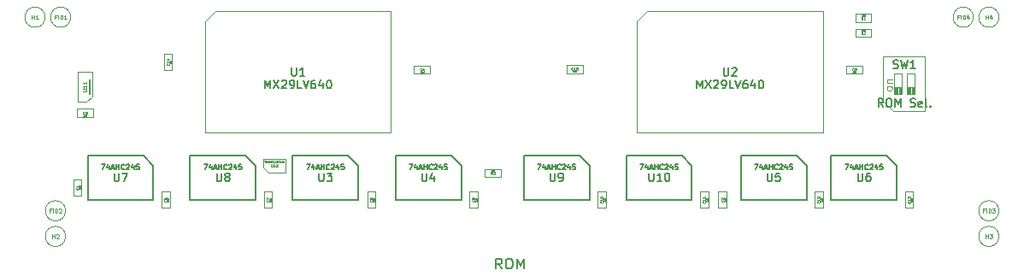
<source format=gbr>
G04 #@! TF.GenerationSoftware,KiCad,Pcbnew,(5.1.5-0-10_14)*
G04 #@! TF.CreationDate,2021-04-12T16:57:48-04:00*
G04 #@! TF.ProjectId,ROMSIMM,524f4d53-494d-44d2-9e6b-696361645f70,1.0*
G04 #@! TF.SameCoordinates,Original*
G04 #@! TF.FileFunction,Other,Fab,Top*
%FSLAX46Y46*%
G04 Gerber Fmt 4.6, Leading zero omitted, Abs format (unit mm)*
G04 Created by KiCad (PCBNEW (5.1.5-0-10_14)) date 2021-04-12 16:57:48*
%MOMM*%
%LPD*%
G04 APERTURE LIST*
%ADD10C,0.100000*%
%ADD11C,0.150000*%
%ADD12C,0.203200*%
%ADD13C,0.120000*%
%ADD14C,0.127000*%
%ADD15C,0.063500*%
%ADD16C,0.047625*%
%ADD17C,0.031750*%
%ADD18C,0.095250*%
G04 APERTURE END LIST*
D10*
X159747000Y-111204333D02*
X160547000Y-111204333D01*
X160447000Y-111871000D02*
X160447000Y-111204333D01*
X160347000Y-111871000D02*
X160347000Y-111204333D01*
X160247000Y-111871000D02*
X160247000Y-111204333D01*
X160147000Y-111871000D02*
X160147000Y-111204333D01*
X160047000Y-111871000D02*
X160047000Y-111204333D01*
X159947000Y-111871000D02*
X159947000Y-111204333D01*
X159847000Y-111871000D02*
X159847000Y-111204333D01*
X159747000Y-109871000D02*
X159747000Y-111871000D01*
X160547000Y-109871000D02*
X159747000Y-109871000D01*
X160547000Y-111871000D02*
X160547000Y-109871000D01*
X159747000Y-111871000D02*
X160547000Y-111871000D01*
X158477000Y-111204333D02*
X159277000Y-111204333D01*
X159177000Y-111871000D02*
X159177000Y-111204333D01*
X159077000Y-111871000D02*
X159077000Y-111204333D01*
X158977000Y-111871000D02*
X158977000Y-111204333D01*
X158877000Y-111871000D02*
X158877000Y-111204333D01*
X158777000Y-111871000D02*
X158777000Y-111204333D01*
X158677000Y-111871000D02*
X158677000Y-111204333D01*
X158577000Y-111871000D02*
X158577000Y-111204333D01*
X158477000Y-109871000D02*
X158477000Y-111871000D01*
X159277000Y-109871000D02*
X158477000Y-109871000D01*
X159277000Y-111871000D02*
X159277000Y-109871000D01*
X158477000Y-111871000D02*
X159277000Y-111871000D01*
X158442000Y-113571000D02*
X157442000Y-112571000D01*
X161582000Y-113571000D02*
X158442000Y-113571000D01*
X161582000Y-108171000D02*
X161582000Y-113571000D01*
X157442000Y-108171000D02*
X161582000Y-108171000D01*
X157442000Y-112571000D02*
X157442000Y-108171000D01*
X91250000Y-103700000D02*
X90250000Y-104700000D01*
X108650000Y-103700000D02*
X108650000Y-115700000D01*
X108650000Y-115700000D02*
X90250000Y-115700000D01*
X90250000Y-115700000D02*
X90250000Y-104700000D01*
X91250000Y-103700000D02*
X108650000Y-103700000D01*
X134040000Y-103700000D02*
X133040000Y-104700000D01*
X151440000Y-103700000D02*
X151440000Y-115700000D01*
X151440000Y-115700000D02*
X133040000Y-115700000D01*
X133040000Y-115700000D02*
X133040000Y-104700000D01*
X134040000Y-103700000D02*
X151440000Y-103700000D01*
D11*
X104425000Y-117950000D02*
X105425000Y-118950000D01*
X98925000Y-117950000D02*
X104425000Y-117950000D01*
X98925000Y-122350000D02*
X98925000Y-117950000D01*
X105425000Y-122350000D02*
X98925000Y-122350000D01*
X105425000Y-118950000D02*
X105425000Y-122350000D01*
X148825000Y-117950000D02*
X149825000Y-118950000D01*
X143325000Y-117950000D02*
X148825000Y-117950000D01*
X143325000Y-122350000D02*
X143325000Y-117950000D01*
X149825000Y-122350000D02*
X143325000Y-122350000D01*
X149825000Y-118950000D02*
X149825000Y-122350000D01*
X114625000Y-117950000D02*
X115625000Y-118950000D01*
X109125000Y-117950000D02*
X114625000Y-117950000D01*
X109125000Y-122350000D02*
X109125000Y-117950000D01*
X115625000Y-122350000D02*
X109125000Y-122350000D01*
X115625000Y-118950000D02*
X115625000Y-122350000D01*
X157775000Y-117950000D02*
X158775000Y-118950000D01*
X152275000Y-117950000D02*
X157775000Y-117950000D01*
X152275000Y-122350000D02*
X152275000Y-117950000D01*
X158775000Y-122350000D02*
X152275000Y-122350000D01*
X158775000Y-118950000D02*
X158775000Y-122350000D01*
X84125000Y-117950000D02*
X85125000Y-118950000D01*
X78625000Y-117950000D02*
X84125000Y-117950000D01*
X78625000Y-122350000D02*
X78625000Y-117950000D01*
X85125000Y-122350000D02*
X78625000Y-122350000D01*
X85125000Y-118950000D02*
X85125000Y-122350000D01*
X94275000Y-117950000D02*
X95275000Y-118950000D01*
X88775000Y-117950000D02*
X94275000Y-117950000D01*
X88775000Y-122350000D02*
X88775000Y-117950000D01*
X95275000Y-122350000D02*
X88775000Y-122350000D01*
X95275000Y-118950000D02*
X95275000Y-122350000D01*
X127325000Y-117950000D02*
X128325000Y-118950000D01*
X121825000Y-117950000D02*
X127325000Y-117950000D01*
X121825000Y-122350000D02*
X121825000Y-117950000D01*
X128325000Y-122350000D02*
X121825000Y-122350000D01*
X128325000Y-118950000D02*
X128325000Y-122350000D01*
X137475000Y-117950000D02*
X138475000Y-118950000D01*
X131975000Y-117950000D02*
X137475000Y-117950000D01*
X131975000Y-122350000D02*
X131975000Y-117950000D01*
X138475000Y-122350000D02*
X131975000Y-122350000D01*
X138475000Y-118950000D02*
X138475000Y-122350000D01*
D10*
X76438000Y-123444000D02*
G75*
G03X76438000Y-123444000I-1000000J0D01*
G01*
X168894000Y-123444000D02*
G75*
G03X168894000Y-123444000I-1000000J0D01*
G01*
X166354000Y-104267000D02*
G75*
G03X166354000Y-104267000I-1000000J0D01*
G01*
X76946000Y-104267000D02*
G75*
G03X76946000Y-104267000I-1000000J0D01*
G01*
X96000000Y-118280000D02*
X96000000Y-119130000D01*
X96500000Y-119630000D02*
X98200000Y-119630000D01*
X96000000Y-118280000D02*
X98200000Y-118280000D01*
X98200000Y-118280000D02*
X98200000Y-119630000D01*
X96000000Y-119130000D02*
X96500000Y-119630000D01*
X96900000Y-121550000D02*
X96900000Y-123150000D01*
X96100000Y-121550000D02*
X96900000Y-121550000D01*
X96100000Y-123150000D02*
X96100000Y-121550000D01*
X96900000Y-123150000D02*
X96100000Y-123150000D01*
X87000000Y-107900000D02*
X87000000Y-109500000D01*
X86200000Y-107900000D02*
X87000000Y-107900000D01*
X86200000Y-109500000D02*
X86200000Y-107900000D01*
X87000000Y-109500000D02*
X86200000Y-109500000D01*
X78000000Y-120323000D02*
X78000000Y-121923000D01*
X77200000Y-120323000D02*
X78000000Y-120323000D01*
X77200000Y-121923000D02*
X77200000Y-120323000D01*
X78000000Y-121923000D02*
X77200000Y-121923000D01*
X141900000Y-121550000D02*
X141900000Y-123150000D01*
X141100000Y-121550000D02*
X141900000Y-121550000D01*
X141100000Y-123150000D02*
X141100000Y-121550000D01*
X141900000Y-123150000D02*
X141100000Y-123150000D01*
X79150000Y-114150000D02*
X77550000Y-114150000D01*
X79150000Y-113350000D02*
X79150000Y-114150000D01*
X77550000Y-113350000D02*
X79150000Y-113350000D01*
X77550000Y-114150000D02*
X77550000Y-113350000D01*
X112550000Y-109850000D02*
X110950000Y-109850000D01*
X112550000Y-109050000D02*
X112550000Y-109850000D01*
X110950000Y-109050000D02*
X112550000Y-109050000D01*
X110950000Y-109850000D02*
X110950000Y-109050000D01*
X155350000Y-109850000D02*
X153750000Y-109850000D01*
X155350000Y-109050000D02*
X155350000Y-109850000D01*
X153750000Y-109050000D02*
X155350000Y-109050000D01*
X153750000Y-109850000D02*
X153750000Y-109050000D01*
X86750000Y-121550000D02*
X86750000Y-123150000D01*
X85950000Y-121550000D02*
X86750000Y-121550000D01*
X85950000Y-123150000D02*
X85950000Y-121550000D01*
X86750000Y-123150000D02*
X85950000Y-123150000D01*
X117250000Y-121550000D02*
X117250000Y-123150000D01*
X116450000Y-121550000D02*
X117250000Y-121550000D01*
X116450000Y-123150000D02*
X116450000Y-121550000D01*
X117250000Y-123150000D02*
X116450000Y-123150000D01*
X129950000Y-121550000D02*
X129950000Y-123150000D01*
X129150000Y-121550000D02*
X129950000Y-121550000D01*
X129150000Y-123150000D02*
X129150000Y-121550000D01*
X129950000Y-123150000D02*
X129150000Y-123150000D01*
X140100000Y-121550000D02*
X140100000Y-123150000D01*
X139300000Y-121550000D02*
X140100000Y-121550000D01*
X139300000Y-123150000D02*
X139300000Y-121550000D01*
X140100000Y-123150000D02*
X139300000Y-123150000D01*
X151450000Y-121550000D02*
X151450000Y-123150000D01*
X150650000Y-121550000D02*
X151450000Y-121550000D01*
X150650000Y-123150000D02*
X150650000Y-121550000D01*
X151450000Y-123150000D02*
X150650000Y-123150000D01*
X160400000Y-121550000D02*
X160400000Y-123150000D01*
X159600000Y-121550000D02*
X160400000Y-121550000D01*
X159600000Y-123150000D02*
X159600000Y-121550000D01*
X160400000Y-123150000D02*
X159600000Y-123150000D01*
X107113500Y-121550000D02*
X107113500Y-123150000D01*
X106313500Y-121550000D02*
X107113500Y-121550000D01*
X106313500Y-123150000D02*
X106313500Y-121550000D01*
X107113500Y-123150000D02*
X106313500Y-123150000D01*
X127650000Y-109800000D02*
X126050000Y-109800000D01*
X127650000Y-109000000D02*
X127650000Y-109800000D01*
X126050000Y-109000000D02*
X127650000Y-109000000D01*
X126050000Y-109800000D02*
X126050000Y-109000000D01*
X156250000Y-103950000D02*
X156250000Y-104750000D01*
X156250000Y-104750000D02*
X154650000Y-104750000D01*
X154650000Y-104750000D02*
X154650000Y-103950000D01*
X154650000Y-103950000D02*
X156250000Y-103950000D01*
X154650000Y-105400000D02*
X156250000Y-105400000D01*
X154650000Y-106200000D02*
X154650000Y-105400000D01*
X156250000Y-106200000D02*
X154650000Y-106200000D01*
X156250000Y-105400000D02*
X156250000Y-106200000D01*
X117950000Y-119300000D02*
X119550000Y-119300000D01*
X117950000Y-120100000D02*
X117950000Y-119300000D01*
X119550000Y-120100000D02*
X117950000Y-120100000D01*
X119550000Y-119300000D02*
X119550000Y-120100000D01*
X79050000Y-109630000D02*
X77650000Y-109630000D01*
X77650000Y-112670000D02*
X77650000Y-109630000D01*
X79050000Y-112100000D02*
X78500000Y-112670000D01*
X78500000Y-112670000D02*
X77650000Y-112670000D01*
X79050000Y-112100000D02*
X79050000Y-109650000D01*
X74406000Y-104267000D02*
G75*
G03X74406000Y-104267000I-1000000J0D01*
G01*
X76438000Y-125984000D02*
G75*
G03X76438000Y-125984000I-1000000J0D01*
G01*
X168894000Y-125984000D02*
G75*
G03X168894000Y-125984000I-1000000J0D01*
G01*
X168894000Y-104267000D02*
G75*
G03X168894000Y-104267000I-1000000J0D01*
G01*
D12*
X158428266Y-109294990D02*
X158544380Y-109333695D01*
X158737904Y-109333695D01*
X158815314Y-109294990D01*
X158854019Y-109256285D01*
X158892723Y-109178876D01*
X158892723Y-109101466D01*
X158854019Y-109024057D01*
X158815314Y-108985352D01*
X158737904Y-108946647D01*
X158583085Y-108907942D01*
X158505676Y-108869238D01*
X158466971Y-108830533D01*
X158428266Y-108753123D01*
X158428266Y-108675714D01*
X158466971Y-108598304D01*
X158505676Y-108559600D01*
X158583085Y-108520895D01*
X158776609Y-108520895D01*
X158892723Y-108559600D01*
X159163657Y-108520895D02*
X159357180Y-109333695D01*
X159512000Y-108753123D01*
X159666819Y-109333695D01*
X159860342Y-108520895D01*
X160595733Y-109333695D02*
X160131276Y-109333695D01*
X160363504Y-109333695D02*
X160363504Y-108520895D01*
X160286095Y-108637009D01*
X160208685Y-108714419D01*
X160131276Y-108753123D01*
X157421942Y-113143695D02*
X157151009Y-112756647D01*
X156957485Y-113143695D02*
X156957485Y-112330895D01*
X157267123Y-112330895D01*
X157344533Y-112369600D01*
X157383238Y-112408304D01*
X157421942Y-112485714D01*
X157421942Y-112601828D01*
X157383238Y-112679238D01*
X157344533Y-112717942D01*
X157267123Y-112756647D01*
X156957485Y-112756647D01*
X157925104Y-112330895D02*
X158079923Y-112330895D01*
X158157333Y-112369600D01*
X158234742Y-112447009D01*
X158273447Y-112601828D01*
X158273447Y-112872761D01*
X158234742Y-113027580D01*
X158157333Y-113104990D01*
X158079923Y-113143695D01*
X157925104Y-113143695D01*
X157847695Y-113104990D01*
X157770285Y-113027580D01*
X157731580Y-112872761D01*
X157731580Y-112601828D01*
X157770285Y-112447009D01*
X157847695Y-112369600D01*
X157925104Y-112330895D01*
X158621790Y-113143695D02*
X158621790Y-112330895D01*
X158892723Y-112911466D01*
X159163657Y-112330895D01*
X159163657Y-113143695D01*
X160131276Y-113104990D02*
X160247390Y-113143695D01*
X160440914Y-113143695D01*
X160518323Y-113104990D01*
X160557028Y-113066285D01*
X160595733Y-112988876D01*
X160595733Y-112911466D01*
X160557028Y-112834057D01*
X160518323Y-112795352D01*
X160440914Y-112756647D01*
X160286095Y-112717942D01*
X160208685Y-112679238D01*
X160169980Y-112640533D01*
X160131276Y-112563123D01*
X160131276Y-112485714D01*
X160169980Y-112408304D01*
X160208685Y-112369600D01*
X160286095Y-112330895D01*
X160479619Y-112330895D01*
X160595733Y-112369600D01*
X161253714Y-113104990D02*
X161176304Y-113143695D01*
X161021485Y-113143695D01*
X160944076Y-113104990D01*
X160905371Y-113027580D01*
X160905371Y-112717942D01*
X160944076Y-112640533D01*
X161021485Y-112601828D01*
X161176304Y-112601828D01*
X161253714Y-112640533D01*
X161292419Y-112717942D01*
X161292419Y-112795352D01*
X160905371Y-112872761D01*
X161756876Y-113143695D02*
X161679466Y-113104990D01*
X161640761Y-113027580D01*
X161640761Y-112330895D01*
X162066514Y-113066285D02*
X162105219Y-113104990D01*
X162066514Y-113143695D01*
X162027809Y-113104990D01*
X162066514Y-113066285D01*
X162066514Y-113143695D01*
D13*
X158321404Y-111345047D02*
X158283309Y-111421238D01*
X158245214Y-111459333D01*
X158169023Y-111497428D01*
X157940452Y-111497428D01*
X157864261Y-111459333D01*
X157826166Y-111421238D01*
X157788071Y-111345047D01*
X157788071Y-111230761D01*
X157826166Y-111154571D01*
X157864261Y-111116476D01*
X157940452Y-111078380D01*
X158169023Y-111078380D01*
X158245214Y-111116476D01*
X158283309Y-111154571D01*
X158321404Y-111230761D01*
X158321404Y-111345047D01*
X157788071Y-110735523D02*
X158321404Y-110735523D01*
X157864261Y-110735523D02*
X157826166Y-110697428D01*
X157788071Y-110621238D01*
X157788071Y-110506952D01*
X157826166Y-110430761D01*
X157902357Y-110392666D01*
X158321404Y-110392666D01*
D12*
X98830723Y-109254895D02*
X98830723Y-109912876D01*
X98869428Y-109990285D01*
X98908133Y-110028990D01*
X98985542Y-110067695D01*
X99140361Y-110067695D01*
X99217771Y-110028990D01*
X99256476Y-109990285D01*
X99295180Y-109912876D01*
X99295180Y-109254895D01*
X100107980Y-110067695D02*
X99643523Y-110067695D01*
X99875752Y-110067695D02*
X99875752Y-109254895D01*
X99798342Y-109371009D01*
X99720933Y-109448419D01*
X99643523Y-109487123D01*
X96179447Y-111317695D02*
X96179447Y-110504895D01*
X96450380Y-111085466D01*
X96721314Y-110504895D01*
X96721314Y-111317695D01*
X97030952Y-110504895D02*
X97572819Y-111317695D01*
X97572819Y-110504895D02*
X97030952Y-111317695D01*
X97843752Y-110582304D02*
X97882457Y-110543600D01*
X97959866Y-110504895D01*
X98153390Y-110504895D01*
X98230800Y-110543600D01*
X98269504Y-110582304D01*
X98308209Y-110659714D01*
X98308209Y-110737123D01*
X98269504Y-110853238D01*
X97805047Y-111317695D01*
X98308209Y-111317695D01*
X98695257Y-111317695D02*
X98850076Y-111317695D01*
X98927485Y-111278990D01*
X98966190Y-111240285D01*
X99043600Y-111124171D01*
X99082304Y-110969352D01*
X99082304Y-110659714D01*
X99043600Y-110582304D01*
X99004895Y-110543600D01*
X98927485Y-110504895D01*
X98772666Y-110504895D01*
X98695257Y-110543600D01*
X98656552Y-110582304D01*
X98617847Y-110659714D01*
X98617847Y-110853238D01*
X98656552Y-110930647D01*
X98695257Y-110969352D01*
X98772666Y-111008057D01*
X98927485Y-111008057D01*
X99004895Y-110969352D01*
X99043600Y-110930647D01*
X99082304Y-110853238D01*
X99817695Y-111317695D02*
X99430647Y-111317695D01*
X99430647Y-110504895D01*
X99972514Y-110504895D02*
X100243447Y-111317695D01*
X100514380Y-110504895D01*
X101133657Y-110504895D02*
X100978838Y-110504895D01*
X100901428Y-110543600D01*
X100862723Y-110582304D01*
X100785314Y-110698419D01*
X100746609Y-110853238D01*
X100746609Y-111162876D01*
X100785314Y-111240285D01*
X100824019Y-111278990D01*
X100901428Y-111317695D01*
X101056247Y-111317695D01*
X101133657Y-111278990D01*
X101172361Y-111240285D01*
X101211066Y-111162876D01*
X101211066Y-110969352D01*
X101172361Y-110891942D01*
X101133657Y-110853238D01*
X101056247Y-110814533D01*
X100901428Y-110814533D01*
X100824019Y-110853238D01*
X100785314Y-110891942D01*
X100746609Y-110969352D01*
X101907752Y-110775828D02*
X101907752Y-111317695D01*
X101714228Y-110466190D02*
X101520704Y-111046761D01*
X102023866Y-111046761D01*
X102488323Y-110504895D02*
X102565733Y-110504895D01*
X102643142Y-110543600D01*
X102681847Y-110582304D01*
X102720552Y-110659714D01*
X102759257Y-110814533D01*
X102759257Y-111008057D01*
X102720552Y-111162876D01*
X102681847Y-111240285D01*
X102643142Y-111278990D01*
X102565733Y-111317695D01*
X102488323Y-111317695D01*
X102410914Y-111278990D01*
X102372209Y-111240285D01*
X102333504Y-111162876D01*
X102294800Y-111008057D01*
X102294800Y-110814533D01*
X102333504Y-110659714D01*
X102372209Y-110582304D01*
X102410914Y-110543600D01*
X102488323Y-110504895D01*
X141620723Y-109254895D02*
X141620723Y-109912876D01*
X141659428Y-109990285D01*
X141698133Y-110028990D01*
X141775542Y-110067695D01*
X141930361Y-110067695D01*
X142007771Y-110028990D01*
X142046476Y-109990285D01*
X142085180Y-109912876D01*
X142085180Y-109254895D01*
X142433523Y-109332304D02*
X142472228Y-109293600D01*
X142549638Y-109254895D01*
X142743161Y-109254895D01*
X142820571Y-109293600D01*
X142859276Y-109332304D01*
X142897980Y-109409714D01*
X142897980Y-109487123D01*
X142859276Y-109603238D01*
X142394819Y-110067695D01*
X142897980Y-110067695D01*
X138969447Y-111317695D02*
X138969447Y-110504895D01*
X139240380Y-111085466D01*
X139511314Y-110504895D01*
X139511314Y-111317695D01*
X139820952Y-110504895D02*
X140362819Y-111317695D01*
X140362819Y-110504895D02*
X139820952Y-111317695D01*
X140633752Y-110582304D02*
X140672457Y-110543600D01*
X140749866Y-110504895D01*
X140943390Y-110504895D01*
X141020800Y-110543600D01*
X141059504Y-110582304D01*
X141098209Y-110659714D01*
X141098209Y-110737123D01*
X141059504Y-110853238D01*
X140595047Y-111317695D01*
X141098209Y-111317695D01*
X141485257Y-111317695D02*
X141640076Y-111317695D01*
X141717485Y-111278990D01*
X141756190Y-111240285D01*
X141833600Y-111124171D01*
X141872304Y-110969352D01*
X141872304Y-110659714D01*
X141833600Y-110582304D01*
X141794895Y-110543600D01*
X141717485Y-110504895D01*
X141562666Y-110504895D01*
X141485257Y-110543600D01*
X141446552Y-110582304D01*
X141407847Y-110659714D01*
X141407847Y-110853238D01*
X141446552Y-110930647D01*
X141485257Y-110969352D01*
X141562666Y-111008057D01*
X141717485Y-111008057D01*
X141794895Y-110969352D01*
X141833600Y-110930647D01*
X141872304Y-110853238D01*
X142607695Y-111317695D02*
X142220647Y-111317695D01*
X142220647Y-110504895D01*
X142762514Y-110504895D02*
X143033447Y-111317695D01*
X143304380Y-110504895D01*
X143923657Y-110504895D02*
X143768838Y-110504895D01*
X143691428Y-110543600D01*
X143652723Y-110582304D01*
X143575314Y-110698419D01*
X143536609Y-110853238D01*
X143536609Y-111162876D01*
X143575314Y-111240285D01*
X143614019Y-111278990D01*
X143691428Y-111317695D01*
X143846247Y-111317695D01*
X143923657Y-111278990D01*
X143962361Y-111240285D01*
X144001066Y-111162876D01*
X144001066Y-110969352D01*
X143962361Y-110891942D01*
X143923657Y-110853238D01*
X143846247Y-110814533D01*
X143691428Y-110814533D01*
X143614019Y-110853238D01*
X143575314Y-110891942D01*
X143536609Y-110969352D01*
X144697752Y-110775828D02*
X144697752Y-111317695D01*
X144504228Y-110466190D02*
X144310704Y-111046761D01*
X144813866Y-111046761D01*
X145278323Y-110504895D02*
X145355733Y-110504895D01*
X145433142Y-110543600D01*
X145471847Y-110582304D01*
X145510552Y-110659714D01*
X145549257Y-110814533D01*
X145549257Y-111008057D01*
X145510552Y-111162876D01*
X145471847Y-111240285D01*
X145433142Y-111278990D01*
X145355733Y-111317695D01*
X145278323Y-111317695D01*
X145200914Y-111278990D01*
X145162209Y-111240285D01*
X145123504Y-111162876D01*
X145084800Y-111008057D01*
X145084800Y-110814533D01*
X145123504Y-110659714D01*
X145162209Y-110582304D01*
X145200914Y-110543600D01*
X145278323Y-110504895D01*
X101555723Y-119704895D02*
X101555723Y-120362876D01*
X101594428Y-120440285D01*
X101633133Y-120478990D01*
X101710542Y-120517695D01*
X101865361Y-120517695D01*
X101942771Y-120478990D01*
X101981476Y-120440285D01*
X102020180Y-120362876D01*
X102020180Y-119704895D01*
X102329819Y-119704895D02*
X102832980Y-119704895D01*
X102562047Y-120014533D01*
X102678161Y-120014533D01*
X102755571Y-120053238D01*
X102794276Y-120091942D01*
X102832980Y-120169352D01*
X102832980Y-120362876D01*
X102794276Y-120440285D01*
X102755571Y-120478990D01*
X102678161Y-120517695D01*
X102445933Y-120517695D01*
X102368523Y-120478990D01*
X102329819Y-120440285D01*
D14*
X100300238Y-118855809D02*
X100638904Y-118855809D01*
X100421190Y-119363809D01*
X101050142Y-119025142D02*
X101050142Y-119363809D01*
X100929190Y-118831619D02*
X100808238Y-119194476D01*
X101122714Y-119194476D01*
X101292047Y-119218666D02*
X101533952Y-119218666D01*
X101243666Y-119363809D02*
X101413000Y-118855809D01*
X101582333Y-119363809D01*
X101751666Y-119363809D02*
X101751666Y-118855809D01*
X101751666Y-119097714D02*
X102041952Y-119097714D01*
X102041952Y-119363809D02*
X102041952Y-118855809D01*
X102574142Y-119315428D02*
X102549952Y-119339619D01*
X102477380Y-119363809D01*
X102429000Y-119363809D01*
X102356428Y-119339619D01*
X102308047Y-119291238D01*
X102283857Y-119242857D01*
X102259666Y-119146095D01*
X102259666Y-119073523D01*
X102283857Y-118976761D01*
X102308047Y-118928380D01*
X102356428Y-118880000D01*
X102429000Y-118855809D01*
X102477380Y-118855809D01*
X102549952Y-118880000D01*
X102574142Y-118904190D01*
X102767666Y-118904190D02*
X102791857Y-118880000D01*
X102840238Y-118855809D01*
X102961190Y-118855809D01*
X103009571Y-118880000D01*
X103033761Y-118904190D01*
X103057952Y-118952571D01*
X103057952Y-119000952D01*
X103033761Y-119073523D01*
X102743476Y-119363809D01*
X103057952Y-119363809D01*
X103493380Y-119025142D02*
X103493380Y-119363809D01*
X103372428Y-118831619D02*
X103251476Y-119194476D01*
X103565952Y-119194476D01*
X104001380Y-118855809D02*
X103759476Y-118855809D01*
X103735285Y-119097714D01*
X103759476Y-119073523D01*
X103807857Y-119049333D01*
X103928809Y-119049333D01*
X103977190Y-119073523D01*
X104001380Y-119097714D01*
X104025571Y-119146095D01*
X104025571Y-119267047D01*
X104001380Y-119315428D01*
X103977190Y-119339619D01*
X103928809Y-119363809D01*
X103807857Y-119363809D01*
X103759476Y-119339619D01*
X103735285Y-119315428D01*
D12*
X145955723Y-119704895D02*
X145955723Y-120362876D01*
X145994428Y-120440285D01*
X146033133Y-120478990D01*
X146110542Y-120517695D01*
X146265361Y-120517695D01*
X146342771Y-120478990D01*
X146381476Y-120440285D01*
X146420180Y-120362876D01*
X146420180Y-119704895D01*
X147194276Y-119704895D02*
X146807228Y-119704895D01*
X146768523Y-120091942D01*
X146807228Y-120053238D01*
X146884638Y-120014533D01*
X147078161Y-120014533D01*
X147155571Y-120053238D01*
X147194276Y-120091942D01*
X147232980Y-120169352D01*
X147232980Y-120362876D01*
X147194276Y-120440285D01*
X147155571Y-120478990D01*
X147078161Y-120517695D01*
X146884638Y-120517695D01*
X146807228Y-120478990D01*
X146768523Y-120440285D01*
D14*
X144700238Y-118855809D02*
X145038904Y-118855809D01*
X144821190Y-119363809D01*
X145450142Y-119025142D02*
X145450142Y-119363809D01*
X145329190Y-118831619D02*
X145208238Y-119194476D01*
X145522714Y-119194476D01*
X145692047Y-119218666D02*
X145933952Y-119218666D01*
X145643666Y-119363809D02*
X145813000Y-118855809D01*
X145982333Y-119363809D01*
X146151666Y-119363809D02*
X146151666Y-118855809D01*
X146151666Y-119097714D02*
X146441952Y-119097714D01*
X146441952Y-119363809D02*
X146441952Y-118855809D01*
X146974142Y-119315428D02*
X146949952Y-119339619D01*
X146877380Y-119363809D01*
X146829000Y-119363809D01*
X146756428Y-119339619D01*
X146708047Y-119291238D01*
X146683857Y-119242857D01*
X146659666Y-119146095D01*
X146659666Y-119073523D01*
X146683857Y-118976761D01*
X146708047Y-118928380D01*
X146756428Y-118880000D01*
X146829000Y-118855809D01*
X146877380Y-118855809D01*
X146949952Y-118880000D01*
X146974142Y-118904190D01*
X147167666Y-118904190D02*
X147191857Y-118880000D01*
X147240238Y-118855809D01*
X147361190Y-118855809D01*
X147409571Y-118880000D01*
X147433761Y-118904190D01*
X147457952Y-118952571D01*
X147457952Y-119000952D01*
X147433761Y-119073523D01*
X147143476Y-119363809D01*
X147457952Y-119363809D01*
X147893380Y-119025142D02*
X147893380Y-119363809D01*
X147772428Y-118831619D02*
X147651476Y-119194476D01*
X147965952Y-119194476D01*
X148401380Y-118855809D02*
X148159476Y-118855809D01*
X148135285Y-119097714D01*
X148159476Y-119073523D01*
X148207857Y-119049333D01*
X148328809Y-119049333D01*
X148377190Y-119073523D01*
X148401380Y-119097714D01*
X148425571Y-119146095D01*
X148425571Y-119267047D01*
X148401380Y-119315428D01*
X148377190Y-119339619D01*
X148328809Y-119363809D01*
X148207857Y-119363809D01*
X148159476Y-119339619D01*
X148135285Y-119315428D01*
D12*
X111755723Y-119704895D02*
X111755723Y-120362876D01*
X111794428Y-120440285D01*
X111833133Y-120478990D01*
X111910542Y-120517695D01*
X112065361Y-120517695D01*
X112142771Y-120478990D01*
X112181476Y-120440285D01*
X112220180Y-120362876D01*
X112220180Y-119704895D01*
X112955571Y-119975828D02*
X112955571Y-120517695D01*
X112762047Y-119666190D02*
X112568523Y-120246761D01*
X113071685Y-120246761D01*
D14*
X110500238Y-118855809D02*
X110838904Y-118855809D01*
X110621190Y-119363809D01*
X111250142Y-119025142D02*
X111250142Y-119363809D01*
X111129190Y-118831619D02*
X111008238Y-119194476D01*
X111322714Y-119194476D01*
X111492047Y-119218666D02*
X111733952Y-119218666D01*
X111443666Y-119363809D02*
X111613000Y-118855809D01*
X111782333Y-119363809D01*
X111951666Y-119363809D02*
X111951666Y-118855809D01*
X111951666Y-119097714D02*
X112241952Y-119097714D01*
X112241952Y-119363809D02*
X112241952Y-118855809D01*
X112774142Y-119315428D02*
X112749952Y-119339619D01*
X112677380Y-119363809D01*
X112629000Y-119363809D01*
X112556428Y-119339619D01*
X112508047Y-119291238D01*
X112483857Y-119242857D01*
X112459666Y-119146095D01*
X112459666Y-119073523D01*
X112483857Y-118976761D01*
X112508047Y-118928380D01*
X112556428Y-118880000D01*
X112629000Y-118855809D01*
X112677380Y-118855809D01*
X112749952Y-118880000D01*
X112774142Y-118904190D01*
X112967666Y-118904190D02*
X112991857Y-118880000D01*
X113040238Y-118855809D01*
X113161190Y-118855809D01*
X113209571Y-118880000D01*
X113233761Y-118904190D01*
X113257952Y-118952571D01*
X113257952Y-119000952D01*
X113233761Y-119073523D01*
X112943476Y-119363809D01*
X113257952Y-119363809D01*
X113693380Y-119025142D02*
X113693380Y-119363809D01*
X113572428Y-118831619D02*
X113451476Y-119194476D01*
X113765952Y-119194476D01*
X114201380Y-118855809D02*
X113959476Y-118855809D01*
X113935285Y-119097714D01*
X113959476Y-119073523D01*
X114007857Y-119049333D01*
X114128809Y-119049333D01*
X114177190Y-119073523D01*
X114201380Y-119097714D01*
X114225571Y-119146095D01*
X114225571Y-119267047D01*
X114201380Y-119315428D01*
X114177190Y-119339619D01*
X114128809Y-119363809D01*
X114007857Y-119363809D01*
X113959476Y-119339619D01*
X113935285Y-119315428D01*
D12*
X154905723Y-119704895D02*
X154905723Y-120362876D01*
X154944428Y-120440285D01*
X154983133Y-120478990D01*
X155060542Y-120517695D01*
X155215361Y-120517695D01*
X155292771Y-120478990D01*
X155331476Y-120440285D01*
X155370180Y-120362876D01*
X155370180Y-119704895D01*
X156105571Y-119704895D02*
X155950752Y-119704895D01*
X155873342Y-119743600D01*
X155834638Y-119782304D01*
X155757228Y-119898419D01*
X155718523Y-120053238D01*
X155718523Y-120362876D01*
X155757228Y-120440285D01*
X155795933Y-120478990D01*
X155873342Y-120517695D01*
X156028161Y-120517695D01*
X156105571Y-120478990D01*
X156144276Y-120440285D01*
X156182980Y-120362876D01*
X156182980Y-120169352D01*
X156144276Y-120091942D01*
X156105571Y-120053238D01*
X156028161Y-120014533D01*
X155873342Y-120014533D01*
X155795933Y-120053238D01*
X155757228Y-120091942D01*
X155718523Y-120169352D01*
D14*
X153650238Y-118855809D02*
X153988904Y-118855809D01*
X153771190Y-119363809D01*
X154400142Y-119025142D02*
X154400142Y-119363809D01*
X154279190Y-118831619D02*
X154158238Y-119194476D01*
X154472714Y-119194476D01*
X154642047Y-119218666D02*
X154883952Y-119218666D01*
X154593666Y-119363809D02*
X154763000Y-118855809D01*
X154932333Y-119363809D01*
X155101666Y-119363809D02*
X155101666Y-118855809D01*
X155101666Y-119097714D02*
X155391952Y-119097714D01*
X155391952Y-119363809D02*
X155391952Y-118855809D01*
X155924142Y-119315428D02*
X155899952Y-119339619D01*
X155827380Y-119363809D01*
X155779000Y-119363809D01*
X155706428Y-119339619D01*
X155658047Y-119291238D01*
X155633857Y-119242857D01*
X155609666Y-119146095D01*
X155609666Y-119073523D01*
X155633857Y-118976761D01*
X155658047Y-118928380D01*
X155706428Y-118880000D01*
X155779000Y-118855809D01*
X155827380Y-118855809D01*
X155899952Y-118880000D01*
X155924142Y-118904190D01*
X156117666Y-118904190D02*
X156141857Y-118880000D01*
X156190238Y-118855809D01*
X156311190Y-118855809D01*
X156359571Y-118880000D01*
X156383761Y-118904190D01*
X156407952Y-118952571D01*
X156407952Y-119000952D01*
X156383761Y-119073523D01*
X156093476Y-119363809D01*
X156407952Y-119363809D01*
X156843380Y-119025142D02*
X156843380Y-119363809D01*
X156722428Y-118831619D02*
X156601476Y-119194476D01*
X156915952Y-119194476D01*
X157351380Y-118855809D02*
X157109476Y-118855809D01*
X157085285Y-119097714D01*
X157109476Y-119073523D01*
X157157857Y-119049333D01*
X157278809Y-119049333D01*
X157327190Y-119073523D01*
X157351380Y-119097714D01*
X157375571Y-119146095D01*
X157375571Y-119267047D01*
X157351380Y-119315428D01*
X157327190Y-119339619D01*
X157278809Y-119363809D01*
X157157857Y-119363809D01*
X157109476Y-119339619D01*
X157085285Y-119315428D01*
D12*
X81255723Y-119704895D02*
X81255723Y-120362876D01*
X81294428Y-120440285D01*
X81333133Y-120478990D01*
X81410542Y-120517695D01*
X81565361Y-120517695D01*
X81642771Y-120478990D01*
X81681476Y-120440285D01*
X81720180Y-120362876D01*
X81720180Y-119704895D01*
X82029819Y-119704895D02*
X82571685Y-119704895D01*
X82223342Y-120517695D01*
D14*
X80000238Y-118855809D02*
X80338904Y-118855809D01*
X80121190Y-119363809D01*
X80750142Y-119025142D02*
X80750142Y-119363809D01*
X80629190Y-118831619D02*
X80508238Y-119194476D01*
X80822714Y-119194476D01*
X80992047Y-119218666D02*
X81233952Y-119218666D01*
X80943666Y-119363809D02*
X81113000Y-118855809D01*
X81282333Y-119363809D01*
X81451666Y-119363809D02*
X81451666Y-118855809D01*
X81451666Y-119097714D02*
X81741952Y-119097714D01*
X81741952Y-119363809D02*
X81741952Y-118855809D01*
X82274142Y-119315428D02*
X82249952Y-119339619D01*
X82177380Y-119363809D01*
X82129000Y-119363809D01*
X82056428Y-119339619D01*
X82008047Y-119291238D01*
X81983857Y-119242857D01*
X81959666Y-119146095D01*
X81959666Y-119073523D01*
X81983857Y-118976761D01*
X82008047Y-118928380D01*
X82056428Y-118880000D01*
X82129000Y-118855809D01*
X82177380Y-118855809D01*
X82249952Y-118880000D01*
X82274142Y-118904190D01*
X82467666Y-118904190D02*
X82491857Y-118880000D01*
X82540238Y-118855809D01*
X82661190Y-118855809D01*
X82709571Y-118880000D01*
X82733761Y-118904190D01*
X82757952Y-118952571D01*
X82757952Y-119000952D01*
X82733761Y-119073523D01*
X82443476Y-119363809D01*
X82757952Y-119363809D01*
X83193380Y-119025142D02*
X83193380Y-119363809D01*
X83072428Y-118831619D02*
X82951476Y-119194476D01*
X83265952Y-119194476D01*
X83701380Y-118855809D02*
X83459476Y-118855809D01*
X83435285Y-119097714D01*
X83459476Y-119073523D01*
X83507857Y-119049333D01*
X83628809Y-119049333D01*
X83677190Y-119073523D01*
X83701380Y-119097714D01*
X83725571Y-119146095D01*
X83725571Y-119267047D01*
X83701380Y-119315428D01*
X83677190Y-119339619D01*
X83628809Y-119363809D01*
X83507857Y-119363809D01*
X83459476Y-119339619D01*
X83435285Y-119315428D01*
D12*
X91405723Y-119704895D02*
X91405723Y-120362876D01*
X91444428Y-120440285D01*
X91483133Y-120478990D01*
X91560542Y-120517695D01*
X91715361Y-120517695D01*
X91792771Y-120478990D01*
X91831476Y-120440285D01*
X91870180Y-120362876D01*
X91870180Y-119704895D01*
X92373342Y-120053238D02*
X92295933Y-120014533D01*
X92257228Y-119975828D01*
X92218523Y-119898419D01*
X92218523Y-119859714D01*
X92257228Y-119782304D01*
X92295933Y-119743600D01*
X92373342Y-119704895D01*
X92528161Y-119704895D01*
X92605571Y-119743600D01*
X92644276Y-119782304D01*
X92682980Y-119859714D01*
X92682980Y-119898419D01*
X92644276Y-119975828D01*
X92605571Y-120014533D01*
X92528161Y-120053238D01*
X92373342Y-120053238D01*
X92295933Y-120091942D01*
X92257228Y-120130647D01*
X92218523Y-120208057D01*
X92218523Y-120362876D01*
X92257228Y-120440285D01*
X92295933Y-120478990D01*
X92373342Y-120517695D01*
X92528161Y-120517695D01*
X92605571Y-120478990D01*
X92644276Y-120440285D01*
X92682980Y-120362876D01*
X92682980Y-120208057D01*
X92644276Y-120130647D01*
X92605571Y-120091942D01*
X92528161Y-120053238D01*
D14*
X90150238Y-118855809D02*
X90488904Y-118855809D01*
X90271190Y-119363809D01*
X90900142Y-119025142D02*
X90900142Y-119363809D01*
X90779190Y-118831619D02*
X90658238Y-119194476D01*
X90972714Y-119194476D01*
X91142047Y-119218666D02*
X91383952Y-119218666D01*
X91093666Y-119363809D02*
X91263000Y-118855809D01*
X91432333Y-119363809D01*
X91601666Y-119363809D02*
X91601666Y-118855809D01*
X91601666Y-119097714D02*
X91891952Y-119097714D01*
X91891952Y-119363809D02*
X91891952Y-118855809D01*
X92424142Y-119315428D02*
X92399952Y-119339619D01*
X92327380Y-119363809D01*
X92279000Y-119363809D01*
X92206428Y-119339619D01*
X92158047Y-119291238D01*
X92133857Y-119242857D01*
X92109666Y-119146095D01*
X92109666Y-119073523D01*
X92133857Y-118976761D01*
X92158047Y-118928380D01*
X92206428Y-118880000D01*
X92279000Y-118855809D01*
X92327380Y-118855809D01*
X92399952Y-118880000D01*
X92424142Y-118904190D01*
X92617666Y-118904190D02*
X92641857Y-118880000D01*
X92690238Y-118855809D01*
X92811190Y-118855809D01*
X92859571Y-118880000D01*
X92883761Y-118904190D01*
X92907952Y-118952571D01*
X92907952Y-119000952D01*
X92883761Y-119073523D01*
X92593476Y-119363809D01*
X92907952Y-119363809D01*
X93343380Y-119025142D02*
X93343380Y-119363809D01*
X93222428Y-118831619D02*
X93101476Y-119194476D01*
X93415952Y-119194476D01*
X93851380Y-118855809D02*
X93609476Y-118855809D01*
X93585285Y-119097714D01*
X93609476Y-119073523D01*
X93657857Y-119049333D01*
X93778809Y-119049333D01*
X93827190Y-119073523D01*
X93851380Y-119097714D01*
X93875571Y-119146095D01*
X93875571Y-119267047D01*
X93851380Y-119315428D01*
X93827190Y-119339619D01*
X93778809Y-119363809D01*
X93657857Y-119363809D01*
X93609476Y-119339619D01*
X93585285Y-119315428D01*
D12*
X124455723Y-119704895D02*
X124455723Y-120362876D01*
X124494428Y-120440285D01*
X124533133Y-120478990D01*
X124610542Y-120517695D01*
X124765361Y-120517695D01*
X124842771Y-120478990D01*
X124881476Y-120440285D01*
X124920180Y-120362876D01*
X124920180Y-119704895D01*
X125345933Y-120517695D02*
X125500752Y-120517695D01*
X125578161Y-120478990D01*
X125616866Y-120440285D01*
X125694276Y-120324171D01*
X125732980Y-120169352D01*
X125732980Y-119859714D01*
X125694276Y-119782304D01*
X125655571Y-119743600D01*
X125578161Y-119704895D01*
X125423342Y-119704895D01*
X125345933Y-119743600D01*
X125307228Y-119782304D01*
X125268523Y-119859714D01*
X125268523Y-120053238D01*
X125307228Y-120130647D01*
X125345933Y-120169352D01*
X125423342Y-120208057D01*
X125578161Y-120208057D01*
X125655571Y-120169352D01*
X125694276Y-120130647D01*
X125732980Y-120053238D01*
D14*
X123200238Y-118855809D02*
X123538904Y-118855809D01*
X123321190Y-119363809D01*
X123950142Y-119025142D02*
X123950142Y-119363809D01*
X123829190Y-118831619D02*
X123708238Y-119194476D01*
X124022714Y-119194476D01*
X124192047Y-119218666D02*
X124433952Y-119218666D01*
X124143666Y-119363809D02*
X124313000Y-118855809D01*
X124482333Y-119363809D01*
X124651666Y-119363809D02*
X124651666Y-118855809D01*
X124651666Y-119097714D02*
X124941952Y-119097714D01*
X124941952Y-119363809D02*
X124941952Y-118855809D01*
X125474142Y-119315428D02*
X125449952Y-119339619D01*
X125377380Y-119363809D01*
X125329000Y-119363809D01*
X125256428Y-119339619D01*
X125208047Y-119291238D01*
X125183857Y-119242857D01*
X125159666Y-119146095D01*
X125159666Y-119073523D01*
X125183857Y-118976761D01*
X125208047Y-118928380D01*
X125256428Y-118880000D01*
X125329000Y-118855809D01*
X125377380Y-118855809D01*
X125449952Y-118880000D01*
X125474142Y-118904190D01*
X125667666Y-118904190D02*
X125691857Y-118880000D01*
X125740238Y-118855809D01*
X125861190Y-118855809D01*
X125909571Y-118880000D01*
X125933761Y-118904190D01*
X125957952Y-118952571D01*
X125957952Y-119000952D01*
X125933761Y-119073523D01*
X125643476Y-119363809D01*
X125957952Y-119363809D01*
X126393380Y-119025142D02*
X126393380Y-119363809D01*
X126272428Y-118831619D02*
X126151476Y-119194476D01*
X126465952Y-119194476D01*
X126901380Y-118855809D02*
X126659476Y-118855809D01*
X126635285Y-119097714D01*
X126659476Y-119073523D01*
X126707857Y-119049333D01*
X126828809Y-119049333D01*
X126877190Y-119073523D01*
X126901380Y-119097714D01*
X126925571Y-119146095D01*
X126925571Y-119267047D01*
X126901380Y-119315428D01*
X126877190Y-119339619D01*
X126828809Y-119363809D01*
X126707857Y-119363809D01*
X126659476Y-119339619D01*
X126635285Y-119315428D01*
D12*
X134218676Y-119704895D02*
X134218676Y-120362876D01*
X134257380Y-120440285D01*
X134296085Y-120478990D01*
X134373495Y-120517695D01*
X134528314Y-120517695D01*
X134605723Y-120478990D01*
X134644428Y-120440285D01*
X134683133Y-120362876D01*
X134683133Y-119704895D01*
X135495933Y-120517695D02*
X135031476Y-120517695D01*
X135263704Y-120517695D02*
X135263704Y-119704895D01*
X135186295Y-119821009D01*
X135108885Y-119898419D01*
X135031476Y-119937123D01*
X135999095Y-119704895D02*
X136076504Y-119704895D01*
X136153914Y-119743600D01*
X136192619Y-119782304D01*
X136231323Y-119859714D01*
X136270028Y-120014533D01*
X136270028Y-120208057D01*
X136231323Y-120362876D01*
X136192619Y-120440285D01*
X136153914Y-120478990D01*
X136076504Y-120517695D01*
X135999095Y-120517695D01*
X135921685Y-120478990D01*
X135882980Y-120440285D01*
X135844276Y-120362876D01*
X135805571Y-120208057D01*
X135805571Y-120014533D01*
X135844276Y-119859714D01*
X135882980Y-119782304D01*
X135921685Y-119743600D01*
X135999095Y-119704895D01*
D14*
X133350238Y-118855809D02*
X133688904Y-118855809D01*
X133471190Y-119363809D01*
X134100142Y-119025142D02*
X134100142Y-119363809D01*
X133979190Y-118831619D02*
X133858238Y-119194476D01*
X134172714Y-119194476D01*
X134342047Y-119218666D02*
X134583952Y-119218666D01*
X134293666Y-119363809D02*
X134463000Y-118855809D01*
X134632333Y-119363809D01*
X134801666Y-119363809D02*
X134801666Y-118855809D01*
X134801666Y-119097714D02*
X135091952Y-119097714D01*
X135091952Y-119363809D02*
X135091952Y-118855809D01*
X135624142Y-119315428D02*
X135599952Y-119339619D01*
X135527380Y-119363809D01*
X135479000Y-119363809D01*
X135406428Y-119339619D01*
X135358047Y-119291238D01*
X135333857Y-119242857D01*
X135309666Y-119146095D01*
X135309666Y-119073523D01*
X135333857Y-118976761D01*
X135358047Y-118928380D01*
X135406428Y-118880000D01*
X135479000Y-118855809D01*
X135527380Y-118855809D01*
X135599952Y-118880000D01*
X135624142Y-118904190D01*
X135817666Y-118904190D02*
X135841857Y-118880000D01*
X135890238Y-118855809D01*
X136011190Y-118855809D01*
X136059571Y-118880000D01*
X136083761Y-118904190D01*
X136107952Y-118952571D01*
X136107952Y-119000952D01*
X136083761Y-119073523D01*
X135793476Y-119363809D01*
X136107952Y-119363809D01*
X136543380Y-119025142D02*
X136543380Y-119363809D01*
X136422428Y-118831619D02*
X136301476Y-119194476D01*
X136615952Y-119194476D01*
X137051380Y-118855809D02*
X136809476Y-118855809D01*
X136785285Y-119097714D01*
X136809476Y-119073523D01*
X136857857Y-119049333D01*
X136978809Y-119049333D01*
X137027190Y-119073523D01*
X137051380Y-119097714D01*
X137075571Y-119146095D01*
X137075571Y-119267047D01*
X137051380Y-119315428D01*
X137027190Y-119339619D01*
X136978809Y-119363809D01*
X136857857Y-119363809D01*
X136809476Y-119339619D01*
X136785285Y-119315428D01*
D10*
X75009428Y-123415428D02*
X74876095Y-123415428D01*
X74876095Y-123624952D02*
X74876095Y-123224952D01*
X75066571Y-123224952D01*
X75218952Y-123624952D02*
X75218952Y-123224952D01*
X75409428Y-123624952D02*
X75409428Y-123224952D01*
X75504666Y-123224952D01*
X75561809Y-123244000D01*
X75599904Y-123282095D01*
X75618952Y-123320190D01*
X75638000Y-123396380D01*
X75638000Y-123453523D01*
X75618952Y-123529714D01*
X75599904Y-123567809D01*
X75561809Y-123605904D01*
X75504666Y-123624952D01*
X75409428Y-123624952D01*
X75790380Y-123263047D02*
X75809428Y-123244000D01*
X75847523Y-123224952D01*
X75942761Y-123224952D01*
X75980857Y-123244000D01*
X75999904Y-123263047D01*
X76018952Y-123301142D01*
X76018952Y-123339238D01*
X75999904Y-123396380D01*
X75771333Y-123624952D01*
X76018952Y-123624952D01*
X167465428Y-123415428D02*
X167332095Y-123415428D01*
X167332095Y-123624952D02*
X167332095Y-123224952D01*
X167522571Y-123224952D01*
X167674952Y-123624952D02*
X167674952Y-123224952D01*
X167865428Y-123624952D02*
X167865428Y-123224952D01*
X167960666Y-123224952D01*
X168017809Y-123244000D01*
X168055904Y-123282095D01*
X168074952Y-123320190D01*
X168094000Y-123396380D01*
X168094000Y-123453523D01*
X168074952Y-123529714D01*
X168055904Y-123567809D01*
X168017809Y-123605904D01*
X167960666Y-123624952D01*
X167865428Y-123624952D01*
X168227333Y-123224952D02*
X168474952Y-123224952D01*
X168341619Y-123377333D01*
X168398761Y-123377333D01*
X168436857Y-123396380D01*
X168455904Y-123415428D01*
X168474952Y-123453523D01*
X168474952Y-123548761D01*
X168455904Y-123586857D01*
X168436857Y-123605904D01*
X168398761Y-123624952D01*
X168284476Y-123624952D01*
X168246380Y-123605904D01*
X168227333Y-123586857D01*
X164925428Y-104238428D02*
X164792095Y-104238428D01*
X164792095Y-104447952D02*
X164792095Y-104047952D01*
X164982571Y-104047952D01*
X165134952Y-104447952D02*
X165134952Y-104047952D01*
X165325428Y-104447952D02*
X165325428Y-104047952D01*
X165420666Y-104047952D01*
X165477809Y-104067000D01*
X165515904Y-104105095D01*
X165534952Y-104143190D01*
X165554000Y-104219380D01*
X165554000Y-104276523D01*
X165534952Y-104352714D01*
X165515904Y-104390809D01*
X165477809Y-104428904D01*
X165420666Y-104447952D01*
X165325428Y-104447952D01*
X165896857Y-104181285D02*
X165896857Y-104447952D01*
X165801619Y-104028904D02*
X165706380Y-104314619D01*
X165954000Y-104314619D01*
X75517428Y-104238428D02*
X75384095Y-104238428D01*
X75384095Y-104447952D02*
X75384095Y-104047952D01*
X75574571Y-104047952D01*
X75726952Y-104447952D02*
X75726952Y-104047952D01*
X75917428Y-104447952D02*
X75917428Y-104047952D01*
X76012666Y-104047952D01*
X76069809Y-104067000D01*
X76107904Y-104105095D01*
X76126952Y-104143190D01*
X76146000Y-104219380D01*
X76146000Y-104276523D01*
X76126952Y-104352714D01*
X76107904Y-104390809D01*
X76069809Y-104428904D01*
X76012666Y-104447952D01*
X75917428Y-104447952D01*
X76526952Y-104447952D02*
X76298380Y-104447952D01*
X76412666Y-104447952D02*
X76412666Y-104047952D01*
X76374571Y-104105095D01*
X76336476Y-104143190D01*
X76298380Y-104162238D01*
D15*
X96785523Y-118810904D02*
X96785523Y-119016523D01*
X96797619Y-119040714D01*
X96809714Y-119052809D01*
X96833904Y-119064904D01*
X96882285Y-119064904D01*
X96906476Y-119052809D01*
X96918571Y-119040714D01*
X96930666Y-119016523D01*
X96930666Y-118810904D01*
X97184666Y-119064904D02*
X97039523Y-119064904D01*
X97112095Y-119064904D02*
X97112095Y-118810904D01*
X97087904Y-118847190D01*
X97063714Y-118871380D01*
X97039523Y-118883476D01*
X97281428Y-118835095D02*
X97293523Y-118823000D01*
X97317714Y-118810904D01*
X97378190Y-118810904D01*
X97402380Y-118823000D01*
X97414476Y-118835095D01*
X97426571Y-118859285D01*
X97426571Y-118883476D01*
X97414476Y-118919761D01*
X97269333Y-119064904D01*
X97426571Y-119064904D01*
D16*
X96120285Y-118495678D02*
X96247285Y-118495678D01*
X96165642Y-118686178D01*
X96401500Y-118559178D02*
X96401500Y-118686178D01*
X96356142Y-118486607D02*
X96310785Y-118622678D01*
X96428714Y-118622678D01*
X96592000Y-118686178D02*
X96501285Y-118686178D01*
X96501285Y-118495678D01*
X96628285Y-118495678D02*
X96691785Y-118686178D01*
X96755285Y-118495678D01*
X96927642Y-118668035D02*
X96918571Y-118677107D01*
X96891357Y-118686178D01*
X96873214Y-118686178D01*
X96846000Y-118677107D01*
X96827857Y-118658964D01*
X96818785Y-118640821D01*
X96809714Y-118604535D01*
X96809714Y-118577321D01*
X96818785Y-118541035D01*
X96827857Y-118522892D01*
X96846000Y-118504750D01*
X96873214Y-118495678D01*
X96891357Y-118495678D01*
X96918571Y-118504750D01*
X96927642Y-118513821D01*
X97109071Y-118686178D02*
X97000214Y-118686178D01*
X97054642Y-118686178D02*
X97054642Y-118495678D01*
X97036500Y-118522892D01*
X97018357Y-118541035D01*
X97000214Y-118550107D01*
X97290500Y-118504750D02*
X97272357Y-118495678D01*
X97245142Y-118495678D01*
X97217928Y-118504750D01*
X97199785Y-118522892D01*
X97190714Y-118541035D01*
X97181642Y-118577321D01*
X97181642Y-118604535D01*
X97190714Y-118640821D01*
X97199785Y-118658964D01*
X97217928Y-118677107D01*
X97245142Y-118686178D01*
X97263285Y-118686178D01*
X97290500Y-118677107D01*
X97299571Y-118668035D01*
X97299571Y-118604535D01*
X97263285Y-118604535D01*
X97417500Y-118495678D02*
X97435642Y-118495678D01*
X97453785Y-118504750D01*
X97462857Y-118513821D01*
X97471928Y-118531964D01*
X97481000Y-118568250D01*
X97481000Y-118613607D01*
X97471928Y-118649892D01*
X97462857Y-118668035D01*
X97453785Y-118677107D01*
X97435642Y-118686178D01*
X97417500Y-118686178D01*
X97399357Y-118677107D01*
X97390285Y-118668035D01*
X97381214Y-118649892D01*
X97372142Y-118613607D01*
X97372142Y-118568250D01*
X97381214Y-118531964D01*
X97390285Y-118513821D01*
X97399357Y-118504750D01*
X97417500Y-118495678D01*
X97553571Y-118513821D02*
X97562642Y-118504750D01*
X97580785Y-118495678D01*
X97626142Y-118495678D01*
X97644285Y-118504750D01*
X97653357Y-118513821D01*
X97662428Y-118531964D01*
X97662428Y-118550107D01*
X97653357Y-118577321D01*
X97544500Y-118686178D01*
X97662428Y-118686178D01*
X97843857Y-118504750D02*
X97825714Y-118495678D01*
X97798500Y-118495678D01*
X97771285Y-118504750D01*
X97753142Y-118522892D01*
X97744071Y-118541035D01*
X97735000Y-118577321D01*
X97735000Y-118604535D01*
X97744071Y-118640821D01*
X97753142Y-118658964D01*
X97771285Y-118677107D01*
X97798500Y-118686178D01*
X97816642Y-118686178D01*
X97843857Y-118677107D01*
X97852928Y-118668035D01*
X97852928Y-118604535D01*
X97816642Y-118604535D01*
X97916428Y-118495678D02*
X97961785Y-118686178D01*
X97998071Y-118550107D01*
X98034357Y-118686178D01*
X98079714Y-118495678D01*
D15*
X96590714Y-122392333D02*
X96602809Y-122404428D01*
X96614904Y-122440714D01*
X96614904Y-122464904D01*
X96602809Y-122501190D01*
X96578619Y-122525380D01*
X96554428Y-122537476D01*
X96506047Y-122549571D01*
X96469761Y-122549571D01*
X96421380Y-122537476D01*
X96397190Y-122525380D01*
X96373000Y-122501190D01*
X96360904Y-122464904D01*
X96360904Y-122440714D01*
X96373000Y-122404428D01*
X96385095Y-122392333D01*
X96360904Y-122307666D02*
X96360904Y-122138333D01*
X96614904Y-122247190D01*
D17*
X96692547Y-122504214D02*
X96686500Y-122498166D01*
X96680452Y-122486071D01*
X96680452Y-122455833D01*
X96686500Y-122443738D01*
X96692547Y-122437690D01*
X96704642Y-122431642D01*
X96716738Y-122431642D01*
X96734880Y-122437690D01*
X96807452Y-122510261D01*
X96807452Y-122431642D01*
X96722785Y-122322785D02*
X96807452Y-122322785D01*
X96722785Y-122377214D02*
X96789309Y-122377214D01*
X96801404Y-122371166D01*
X96807452Y-122359071D01*
X96807452Y-122340928D01*
X96801404Y-122328833D01*
X96795357Y-122322785D01*
X96692547Y-122268357D02*
X96686500Y-122262309D01*
X96680452Y-122250214D01*
X96680452Y-122219976D01*
X96686500Y-122207880D01*
X96692547Y-122201833D01*
X96704642Y-122195785D01*
X96716738Y-122195785D01*
X96734880Y-122201833D01*
X96807452Y-122274404D01*
X96807452Y-122195785D01*
D15*
X86690714Y-108863285D02*
X86702809Y-108875380D01*
X86714904Y-108911666D01*
X86714904Y-108935857D01*
X86702809Y-108972142D01*
X86678619Y-108996333D01*
X86654428Y-109008428D01*
X86606047Y-109020523D01*
X86569761Y-109020523D01*
X86521380Y-109008428D01*
X86497190Y-108996333D01*
X86473000Y-108972142D01*
X86460904Y-108935857D01*
X86460904Y-108911666D01*
X86473000Y-108875380D01*
X86485095Y-108863285D01*
X86714904Y-108621380D02*
X86714904Y-108766523D01*
X86714904Y-108693952D02*
X86460904Y-108693952D01*
X86497190Y-108718142D01*
X86521380Y-108742333D01*
X86533476Y-108766523D01*
X86545571Y-108403666D02*
X86714904Y-108403666D01*
X86448809Y-108464142D02*
X86630238Y-108524619D01*
X86630238Y-108367380D01*
D17*
X86792547Y-108854214D02*
X86786500Y-108848166D01*
X86780452Y-108836071D01*
X86780452Y-108805833D01*
X86786500Y-108793738D01*
X86792547Y-108787690D01*
X86804642Y-108781642D01*
X86816738Y-108781642D01*
X86834880Y-108787690D01*
X86907452Y-108860261D01*
X86907452Y-108781642D01*
X86822785Y-108672785D02*
X86907452Y-108672785D01*
X86822785Y-108727214D02*
X86889309Y-108727214D01*
X86901404Y-108721166D01*
X86907452Y-108709071D01*
X86907452Y-108690928D01*
X86901404Y-108678833D01*
X86895357Y-108672785D01*
X86792547Y-108618357D02*
X86786500Y-108612309D01*
X86780452Y-108600214D01*
X86780452Y-108569976D01*
X86786500Y-108557880D01*
X86792547Y-108551833D01*
X86804642Y-108545785D01*
X86816738Y-108545785D01*
X86834880Y-108551833D01*
X86907452Y-108624404D01*
X86907452Y-108545785D01*
D11*
X119661085Y-129179580D02*
X119327752Y-128703390D01*
X119089657Y-129179580D02*
X119089657Y-128179580D01*
X119470609Y-128179580D01*
X119565847Y-128227200D01*
X119613466Y-128274819D01*
X119661085Y-128370057D01*
X119661085Y-128512914D01*
X119613466Y-128608152D01*
X119565847Y-128655771D01*
X119470609Y-128703390D01*
X119089657Y-128703390D01*
X120280133Y-128179580D02*
X120470609Y-128179580D01*
X120565847Y-128227200D01*
X120661085Y-128322438D01*
X120708704Y-128512914D01*
X120708704Y-128846247D01*
X120661085Y-129036723D01*
X120565847Y-129131961D01*
X120470609Y-129179580D01*
X120280133Y-129179580D01*
X120184895Y-129131961D01*
X120089657Y-129036723D01*
X120042038Y-128846247D01*
X120042038Y-128512914D01*
X120089657Y-128322438D01*
X120184895Y-128227200D01*
X120280133Y-128179580D01*
X121137276Y-129179580D02*
X121137276Y-128179580D01*
X121470609Y-128893866D01*
X121803942Y-128179580D01*
X121803942Y-129179580D01*
D15*
X77690714Y-121165333D02*
X77702809Y-121177428D01*
X77714904Y-121213714D01*
X77714904Y-121237904D01*
X77702809Y-121274190D01*
X77678619Y-121298380D01*
X77654428Y-121310476D01*
X77606047Y-121322571D01*
X77569761Y-121322571D01*
X77521380Y-121310476D01*
X77497190Y-121298380D01*
X77473000Y-121274190D01*
X77460904Y-121237904D01*
X77460904Y-121213714D01*
X77473000Y-121177428D01*
X77485095Y-121165333D01*
X77714904Y-120923428D02*
X77714904Y-121068571D01*
X77714904Y-120996000D02*
X77460904Y-120996000D01*
X77497190Y-121020190D01*
X77521380Y-121044380D01*
X77533476Y-121068571D01*
D17*
X77792547Y-121277214D02*
X77786500Y-121271166D01*
X77780452Y-121259071D01*
X77780452Y-121228833D01*
X77786500Y-121216738D01*
X77792547Y-121210690D01*
X77804642Y-121204642D01*
X77816738Y-121204642D01*
X77834880Y-121210690D01*
X77907452Y-121283261D01*
X77907452Y-121204642D01*
X77822785Y-121095785D02*
X77907452Y-121095785D01*
X77822785Y-121150214D02*
X77889309Y-121150214D01*
X77901404Y-121144166D01*
X77907452Y-121132071D01*
X77907452Y-121113928D01*
X77901404Y-121101833D01*
X77895357Y-121095785D01*
X77792547Y-121041357D02*
X77786500Y-121035309D01*
X77780452Y-121023214D01*
X77780452Y-120992976D01*
X77786500Y-120980880D01*
X77792547Y-120974833D01*
X77804642Y-120968785D01*
X77816738Y-120968785D01*
X77834880Y-120974833D01*
X77907452Y-121047404D01*
X77907452Y-120968785D01*
D15*
X141590714Y-122392333D02*
X141602809Y-122404428D01*
X141614904Y-122440714D01*
X141614904Y-122464904D01*
X141602809Y-122501190D01*
X141578619Y-122525380D01*
X141554428Y-122537476D01*
X141506047Y-122549571D01*
X141469761Y-122549571D01*
X141421380Y-122537476D01*
X141397190Y-122525380D01*
X141373000Y-122501190D01*
X141360904Y-122464904D01*
X141360904Y-122440714D01*
X141373000Y-122404428D01*
X141385095Y-122392333D01*
X141385095Y-122295571D02*
X141373000Y-122283476D01*
X141360904Y-122259285D01*
X141360904Y-122198809D01*
X141373000Y-122174619D01*
X141385095Y-122162523D01*
X141409285Y-122150428D01*
X141433476Y-122150428D01*
X141469761Y-122162523D01*
X141614904Y-122307666D01*
X141614904Y-122150428D01*
D17*
X141692547Y-122504214D02*
X141686500Y-122498166D01*
X141680452Y-122486071D01*
X141680452Y-122455833D01*
X141686500Y-122443738D01*
X141692547Y-122437690D01*
X141704642Y-122431642D01*
X141716738Y-122431642D01*
X141734880Y-122437690D01*
X141807452Y-122510261D01*
X141807452Y-122431642D01*
X141722785Y-122322785D02*
X141807452Y-122322785D01*
X141722785Y-122377214D02*
X141789309Y-122377214D01*
X141801404Y-122371166D01*
X141807452Y-122359071D01*
X141807452Y-122340928D01*
X141801404Y-122328833D01*
X141795357Y-122322785D01*
X141692547Y-122268357D02*
X141686500Y-122262309D01*
X141680452Y-122250214D01*
X141680452Y-122219976D01*
X141686500Y-122207880D01*
X141692547Y-122201833D01*
X141704642Y-122195785D01*
X141716738Y-122195785D01*
X141734880Y-122201833D01*
X141807452Y-122274404D01*
X141807452Y-122195785D01*
D15*
X78307666Y-113840714D02*
X78295571Y-113852809D01*
X78259285Y-113864904D01*
X78235095Y-113864904D01*
X78198809Y-113852809D01*
X78174619Y-113828619D01*
X78162523Y-113804428D01*
X78150428Y-113756047D01*
X78150428Y-113719761D01*
X78162523Y-113671380D01*
X78174619Y-113647190D01*
X78198809Y-113623000D01*
X78235095Y-113610904D01*
X78259285Y-113610904D01*
X78295571Y-113623000D01*
X78307666Y-113635095D01*
X78392333Y-113610904D02*
X78549571Y-113610904D01*
X78464904Y-113707666D01*
X78501190Y-113707666D01*
X78525380Y-113719761D01*
X78537476Y-113731857D01*
X78549571Y-113756047D01*
X78549571Y-113816523D01*
X78537476Y-113840714D01*
X78525380Y-113852809D01*
X78501190Y-113864904D01*
X78428619Y-113864904D01*
X78404428Y-113852809D01*
X78392333Y-113840714D01*
D17*
X78195785Y-113942547D02*
X78201833Y-113936500D01*
X78213928Y-113930452D01*
X78244166Y-113930452D01*
X78256261Y-113936500D01*
X78262309Y-113942547D01*
X78268357Y-113954642D01*
X78268357Y-113966738D01*
X78262309Y-113984880D01*
X78189738Y-114057452D01*
X78268357Y-114057452D01*
X78377214Y-113972785D02*
X78377214Y-114057452D01*
X78322785Y-113972785D02*
X78322785Y-114039309D01*
X78328833Y-114051404D01*
X78340928Y-114057452D01*
X78359071Y-114057452D01*
X78371166Y-114051404D01*
X78377214Y-114045357D01*
X78431642Y-113942547D02*
X78437690Y-113936500D01*
X78449785Y-113930452D01*
X78480023Y-113930452D01*
X78492119Y-113936500D01*
X78498166Y-113942547D01*
X78504214Y-113954642D01*
X78504214Y-113966738D01*
X78498166Y-113984880D01*
X78425595Y-114057452D01*
X78504214Y-114057452D01*
D15*
X111707666Y-109540714D02*
X111695571Y-109552809D01*
X111659285Y-109564904D01*
X111635095Y-109564904D01*
X111598809Y-109552809D01*
X111574619Y-109528619D01*
X111562523Y-109504428D01*
X111550428Y-109456047D01*
X111550428Y-109419761D01*
X111562523Y-109371380D01*
X111574619Y-109347190D01*
X111598809Y-109323000D01*
X111635095Y-109310904D01*
X111659285Y-109310904D01*
X111695571Y-109323000D01*
X111707666Y-109335095D01*
X111925380Y-109395571D02*
X111925380Y-109564904D01*
X111864904Y-109298809D02*
X111804428Y-109480238D01*
X111961666Y-109480238D01*
D17*
X111595785Y-109642547D02*
X111601833Y-109636500D01*
X111613928Y-109630452D01*
X111644166Y-109630452D01*
X111656261Y-109636500D01*
X111662309Y-109642547D01*
X111668357Y-109654642D01*
X111668357Y-109666738D01*
X111662309Y-109684880D01*
X111589738Y-109757452D01*
X111668357Y-109757452D01*
X111777214Y-109672785D02*
X111777214Y-109757452D01*
X111722785Y-109672785D02*
X111722785Y-109739309D01*
X111728833Y-109751404D01*
X111740928Y-109757452D01*
X111759071Y-109757452D01*
X111771166Y-109751404D01*
X111777214Y-109745357D01*
X111831642Y-109642547D02*
X111837690Y-109636500D01*
X111849785Y-109630452D01*
X111880023Y-109630452D01*
X111892119Y-109636500D01*
X111898166Y-109642547D01*
X111904214Y-109654642D01*
X111904214Y-109666738D01*
X111898166Y-109684880D01*
X111825595Y-109757452D01*
X111904214Y-109757452D01*
D15*
X154507666Y-109540714D02*
X154495571Y-109552809D01*
X154459285Y-109564904D01*
X154435095Y-109564904D01*
X154398809Y-109552809D01*
X154374619Y-109528619D01*
X154362523Y-109504428D01*
X154350428Y-109456047D01*
X154350428Y-109419761D01*
X154362523Y-109371380D01*
X154374619Y-109347190D01*
X154398809Y-109323000D01*
X154435095Y-109310904D01*
X154459285Y-109310904D01*
X154495571Y-109323000D01*
X154507666Y-109335095D01*
X154737476Y-109310904D02*
X154616523Y-109310904D01*
X154604428Y-109431857D01*
X154616523Y-109419761D01*
X154640714Y-109407666D01*
X154701190Y-109407666D01*
X154725380Y-109419761D01*
X154737476Y-109431857D01*
X154749571Y-109456047D01*
X154749571Y-109516523D01*
X154737476Y-109540714D01*
X154725380Y-109552809D01*
X154701190Y-109564904D01*
X154640714Y-109564904D01*
X154616523Y-109552809D01*
X154604428Y-109540714D01*
D17*
X154395785Y-109642547D02*
X154401833Y-109636500D01*
X154413928Y-109630452D01*
X154444166Y-109630452D01*
X154456261Y-109636500D01*
X154462309Y-109642547D01*
X154468357Y-109654642D01*
X154468357Y-109666738D01*
X154462309Y-109684880D01*
X154389738Y-109757452D01*
X154468357Y-109757452D01*
X154577214Y-109672785D02*
X154577214Y-109757452D01*
X154522785Y-109672785D02*
X154522785Y-109739309D01*
X154528833Y-109751404D01*
X154540928Y-109757452D01*
X154559071Y-109757452D01*
X154571166Y-109751404D01*
X154577214Y-109745357D01*
X154631642Y-109642547D02*
X154637690Y-109636500D01*
X154649785Y-109630452D01*
X154680023Y-109630452D01*
X154692119Y-109636500D01*
X154698166Y-109642547D01*
X154704214Y-109654642D01*
X154704214Y-109666738D01*
X154698166Y-109684880D01*
X154625595Y-109757452D01*
X154704214Y-109757452D01*
D15*
X86440714Y-122392333D02*
X86452809Y-122404428D01*
X86464904Y-122440714D01*
X86464904Y-122464904D01*
X86452809Y-122501190D01*
X86428619Y-122525380D01*
X86404428Y-122537476D01*
X86356047Y-122549571D01*
X86319761Y-122549571D01*
X86271380Y-122537476D01*
X86247190Y-122525380D01*
X86223000Y-122501190D01*
X86210904Y-122464904D01*
X86210904Y-122440714D01*
X86223000Y-122404428D01*
X86235095Y-122392333D01*
X86210904Y-122174619D02*
X86210904Y-122223000D01*
X86223000Y-122247190D01*
X86235095Y-122259285D01*
X86271380Y-122283476D01*
X86319761Y-122295571D01*
X86416523Y-122295571D01*
X86440714Y-122283476D01*
X86452809Y-122271380D01*
X86464904Y-122247190D01*
X86464904Y-122198809D01*
X86452809Y-122174619D01*
X86440714Y-122162523D01*
X86416523Y-122150428D01*
X86356047Y-122150428D01*
X86331857Y-122162523D01*
X86319761Y-122174619D01*
X86307666Y-122198809D01*
X86307666Y-122247190D01*
X86319761Y-122271380D01*
X86331857Y-122283476D01*
X86356047Y-122295571D01*
D17*
X86542547Y-122504214D02*
X86536500Y-122498166D01*
X86530452Y-122486071D01*
X86530452Y-122455833D01*
X86536500Y-122443738D01*
X86542547Y-122437690D01*
X86554642Y-122431642D01*
X86566738Y-122431642D01*
X86584880Y-122437690D01*
X86657452Y-122510261D01*
X86657452Y-122431642D01*
X86572785Y-122322785D02*
X86657452Y-122322785D01*
X86572785Y-122377214D02*
X86639309Y-122377214D01*
X86651404Y-122371166D01*
X86657452Y-122359071D01*
X86657452Y-122340928D01*
X86651404Y-122328833D01*
X86645357Y-122322785D01*
X86542547Y-122268357D02*
X86536500Y-122262309D01*
X86530452Y-122250214D01*
X86530452Y-122219976D01*
X86536500Y-122207880D01*
X86542547Y-122201833D01*
X86554642Y-122195785D01*
X86566738Y-122195785D01*
X86584880Y-122201833D01*
X86657452Y-122274404D01*
X86657452Y-122195785D01*
D15*
X116940714Y-122392333D02*
X116952809Y-122404428D01*
X116964904Y-122440714D01*
X116964904Y-122464904D01*
X116952809Y-122501190D01*
X116928619Y-122525380D01*
X116904428Y-122537476D01*
X116856047Y-122549571D01*
X116819761Y-122549571D01*
X116771380Y-122537476D01*
X116747190Y-122525380D01*
X116723000Y-122501190D01*
X116710904Y-122464904D01*
X116710904Y-122440714D01*
X116723000Y-122404428D01*
X116735095Y-122392333D01*
X116964904Y-122271380D02*
X116964904Y-122223000D01*
X116952809Y-122198809D01*
X116940714Y-122186714D01*
X116904428Y-122162523D01*
X116856047Y-122150428D01*
X116759285Y-122150428D01*
X116735095Y-122162523D01*
X116723000Y-122174619D01*
X116710904Y-122198809D01*
X116710904Y-122247190D01*
X116723000Y-122271380D01*
X116735095Y-122283476D01*
X116759285Y-122295571D01*
X116819761Y-122295571D01*
X116843952Y-122283476D01*
X116856047Y-122271380D01*
X116868142Y-122247190D01*
X116868142Y-122198809D01*
X116856047Y-122174619D01*
X116843952Y-122162523D01*
X116819761Y-122150428D01*
D17*
X117042547Y-122504214D02*
X117036500Y-122498166D01*
X117030452Y-122486071D01*
X117030452Y-122455833D01*
X117036500Y-122443738D01*
X117042547Y-122437690D01*
X117054642Y-122431642D01*
X117066738Y-122431642D01*
X117084880Y-122437690D01*
X117157452Y-122510261D01*
X117157452Y-122431642D01*
X117072785Y-122322785D02*
X117157452Y-122322785D01*
X117072785Y-122377214D02*
X117139309Y-122377214D01*
X117151404Y-122371166D01*
X117157452Y-122359071D01*
X117157452Y-122340928D01*
X117151404Y-122328833D01*
X117145357Y-122322785D01*
X117042547Y-122268357D02*
X117036500Y-122262309D01*
X117030452Y-122250214D01*
X117030452Y-122219976D01*
X117036500Y-122207880D01*
X117042547Y-122201833D01*
X117054642Y-122195785D01*
X117066738Y-122195785D01*
X117084880Y-122201833D01*
X117157452Y-122274404D01*
X117157452Y-122195785D01*
D15*
X129640714Y-122513285D02*
X129652809Y-122525380D01*
X129664904Y-122561666D01*
X129664904Y-122585857D01*
X129652809Y-122622142D01*
X129628619Y-122646333D01*
X129604428Y-122658428D01*
X129556047Y-122670523D01*
X129519761Y-122670523D01*
X129471380Y-122658428D01*
X129447190Y-122646333D01*
X129423000Y-122622142D01*
X129410904Y-122585857D01*
X129410904Y-122561666D01*
X129423000Y-122525380D01*
X129435095Y-122513285D01*
X129664904Y-122271380D02*
X129664904Y-122416523D01*
X129664904Y-122343952D02*
X129410904Y-122343952D01*
X129447190Y-122368142D01*
X129471380Y-122392333D01*
X129483476Y-122416523D01*
X129410904Y-122114142D02*
X129410904Y-122089952D01*
X129423000Y-122065761D01*
X129435095Y-122053666D01*
X129459285Y-122041571D01*
X129507666Y-122029476D01*
X129568142Y-122029476D01*
X129616523Y-122041571D01*
X129640714Y-122053666D01*
X129652809Y-122065761D01*
X129664904Y-122089952D01*
X129664904Y-122114142D01*
X129652809Y-122138333D01*
X129640714Y-122150428D01*
X129616523Y-122162523D01*
X129568142Y-122174619D01*
X129507666Y-122174619D01*
X129459285Y-122162523D01*
X129435095Y-122150428D01*
X129423000Y-122138333D01*
X129410904Y-122114142D01*
D17*
X129742547Y-122504214D02*
X129736500Y-122498166D01*
X129730452Y-122486071D01*
X129730452Y-122455833D01*
X129736500Y-122443738D01*
X129742547Y-122437690D01*
X129754642Y-122431642D01*
X129766738Y-122431642D01*
X129784880Y-122437690D01*
X129857452Y-122510261D01*
X129857452Y-122431642D01*
X129772785Y-122322785D02*
X129857452Y-122322785D01*
X129772785Y-122377214D02*
X129839309Y-122377214D01*
X129851404Y-122371166D01*
X129857452Y-122359071D01*
X129857452Y-122340928D01*
X129851404Y-122328833D01*
X129845357Y-122322785D01*
X129742547Y-122268357D02*
X129736500Y-122262309D01*
X129730452Y-122250214D01*
X129730452Y-122219976D01*
X129736500Y-122207880D01*
X129742547Y-122201833D01*
X129754642Y-122195785D01*
X129766738Y-122195785D01*
X129784880Y-122201833D01*
X129857452Y-122274404D01*
X129857452Y-122195785D01*
D15*
X139790714Y-122513285D02*
X139802809Y-122525380D01*
X139814904Y-122561666D01*
X139814904Y-122585857D01*
X139802809Y-122622142D01*
X139778619Y-122646333D01*
X139754428Y-122658428D01*
X139706047Y-122670523D01*
X139669761Y-122670523D01*
X139621380Y-122658428D01*
X139597190Y-122646333D01*
X139573000Y-122622142D01*
X139560904Y-122585857D01*
X139560904Y-122561666D01*
X139573000Y-122525380D01*
X139585095Y-122513285D01*
X139814904Y-122271380D02*
X139814904Y-122416523D01*
X139814904Y-122343952D02*
X139560904Y-122343952D01*
X139597190Y-122368142D01*
X139621380Y-122392333D01*
X139633476Y-122416523D01*
X139814904Y-122029476D02*
X139814904Y-122174619D01*
X139814904Y-122102047D02*
X139560904Y-122102047D01*
X139597190Y-122126238D01*
X139621380Y-122150428D01*
X139633476Y-122174619D01*
D17*
X139892547Y-122504214D02*
X139886500Y-122498166D01*
X139880452Y-122486071D01*
X139880452Y-122455833D01*
X139886500Y-122443738D01*
X139892547Y-122437690D01*
X139904642Y-122431642D01*
X139916738Y-122431642D01*
X139934880Y-122437690D01*
X140007452Y-122510261D01*
X140007452Y-122431642D01*
X139922785Y-122322785D02*
X140007452Y-122322785D01*
X139922785Y-122377214D02*
X139989309Y-122377214D01*
X140001404Y-122371166D01*
X140007452Y-122359071D01*
X140007452Y-122340928D01*
X140001404Y-122328833D01*
X139995357Y-122322785D01*
X139892547Y-122268357D02*
X139886500Y-122262309D01*
X139880452Y-122250214D01*
X139880452Y-122219976D01*
X139886500Y-122207880D01*
X139892547Y-122201833D01*
X139904642Y-122195785D01*
X139916738Y-122195785D01*
X139934880Y-122201833D01*
X140007452Y-122274404D01*
X140007452Y-122195785D01*
D15*
X151140714Y-122513285D02*
X151152809Y-122525380D01*
X151164904Y-122561666D01*
X151164904Y-122585857D01*
X151152809Y-122622142D01*
X151128619Y-122646333D01*
X151104428Y-122658428D01*
X151056047Y-122670523D01*
X151019761Y-122670523D01*
X150971380Y-122658428D01*
X150947190Y-122646333D01*
X150923000Y-122622142D01*
X150910904Y-122585857D01*
X150910904Y-122561666D01*
X150923000Y-122525380D01*
X150935095Y-122513285D01*
X151164904Y-122271380D02*
X151164904Y-122416523D01*
X151164904Y-122343952D02*
X150910904Y-122343952D01*
X150947190Y-122368142D01*
X150971380Y-122392333D01*
X150983476Y-122416523D01*
X150935095Y-122174619D02*
X150923000Y-122162523D01*
X150910904Y-122138333D01*
X150910904Y-122077857D01*
X150923000Y-122053666D01*
X150935095Y-122041571D01*
X150959285Y-122029476D01*
X150983476Y-122029476D01*
X151019761Y-122041571D01*
X151164904Y-122186714D01*
X151164904Y-122029476D01*
D17*
X151242547Y-122504214D02*
X151236500Y-122498166D01*
X151230452Y-122486071D01*
X151230452Y-122455833D01*
X151236500Y-122443738D01*
X151242547Y-122437690D01*
X151254642Y-122431642D01*
X151266738Y-122431642D01*
X151284880Y-122437690D01*
X151357452Y-122510261D01*
X151357452Y-122431642D01*
X151272785Y-122322785D02*
X151357452Y-122322785D01*
X151272785Y-122377214D02*
X151339309Y-122377214D01*
X151351404Y-122371166D01*
X151357452Y-122359071D01*
X151357452Y-122340928D01*
X151351404Y-122328833D01*
X151345357Y-122322785D01*
X151242547Y-122268357D02*
X151236500Y-122262309D01*
X151230452Y-122250214D01*
X151230452Y-122219976D01*
X151236500Y-122207880D01*
X151242547Y-122201833D01*
X151254642Y-122195785D01*
X151266738Y-122195785D01*
X151284880Y-122201833D01*
X151357452Y-122274404D01*
X151357452Y-122195785D01*
D15*
X160090714Y-122513285D02*
X160102809Y-122525380D01*
X160114904Y-122561666D01*
X160114904Y-122585857D01*
X160102809Y-122622142D01*
X160078619Y-122646333D01*
X160054428Y-122658428D01*
X160006047Y-122670523D01*
X159969761Y-122670523D01*
X159921380Y-122658428D01*
X159897190Y-122646333D01*
X159873000Y-122622142D01*
X159860904Y-122585857D01*
X159860904Y-122561666D01*
X159873000Y-122525380D01*
X159885095Y-122513285D01*
X160114904Y-122271380D02*
X160114904Y-122416523D01*
X160114904Y-122343952D02*
X159860904Y-122343952D01*
X159897190Y-122368142D01*
X159921380Y-122392333D01*
X159933476Y-122416523D01*
X159860904Y-122186714D02*
X159860904Y-122029476D01*
X159957666Y-122114142D01*
X159957666Y-122077857D01*
X159969761Y-122053666D01*
X159981857Y-122041571D01*
X160006047Y-122029476D01*
X160066523Y-122029476D01*
X160090714Y-122041571D01*
X160102809Y-122053666D01*
X160114904Y-122077857D01*
X160114904Y-122150428D01*
X160102809Y-122174619D01*
X160090714Y-122186714D01*
D17*
X160192547Y-122504214D02*
X160186500Y-122498166D01*
X160180452Y-122486071D01*
X160180452Y-122455833D01*
X160186500Y-122443738D01*
X160192547Y-122437690D01*
X160204642Y-122431642D01*
X160216738Y-122431642D01*
X160234880Y-122437690D01*
X160307452Y-122510261D01*
X160307452Y-122431642D01*
X160222785Y-122322785D02*
X160307452Y-122322785D01*
X160222785Y-122377214D02*
X160289309Y-122377214D01*
X160301404Y-122371166D01*
X160307452Y-122359071D01*
X160307452Y-122340928D01*
X160301404Y-122328833D01*
X160295357Y-122322785D01*
X160192547Y-122268357D02*
X160186500Y-122262309D01*
X160180452Y-122250214D01*
X160180452Y-122219976D01*
X160186500Y-122207880D01*
X160192547Y-122201833D01*
X160204642Y-122195785D01*
X160216738Y-122195785D01*
X160234880Y-122201833D01*
X160307452Y-122274404D01*
X160307452Y-122195785D01*
D15*
X106804214Y-122392333D02*
X106816309Y-122404428D01*
X106828404Y-122440714D01*
X106828404Y-122464904D01*
X106816309Y-122501190D01*
X106792119Y-122525380D01*
X106767928Y-122537476D01*
X106719547Y-122549571D01*
X106683261Y-122549571D01*
X106634880Y-122537476D01*
X106610690Y-122525380D01*
X106586500Y-122501190D01*
X106574404Y-122464904D01*
X106574404Y-122440714D01*
X106586500Y-122404428D01*
X106598595Y-122392333D01*
X106683261Y-122247190D02*
X106671166Y-122271380D01*
X106659071Y-122283476D01*
X106634880Y-122295571D01*
X106622785Y-122295571D01*
X106598595Y-122283476D01*
X106586500Y-122271380D01*
X106574404Y-122247190D01*
X106574404Y-122198809D01*
X106586500Y-122174619D01*
X106598595Y-122162523D01*
X106622785Y-122150428D01*
X106634880Y-122150428D01*
X106659071Y-122162523D01*
X106671166Y-122174619D01*
X106683261Y-122198809D01*
X106683261Y-122247190D01*
X106695357Y-122271380D01*
X106707452Y-122283476D01*
X106731642Y-122295571D01*
X106780023Y-122295571D01*
X106804214Y-122283476D01*
X106816309Y-122271380D01*
X106828404Y-122247190D01*
X106828404Y-122198809D01*
X106816309Y-122174619D01*
X106804214Y-122162523D01*
X106780023Y-122150428D01*
X106731642Y-122150428D01*
X106707452Y-122162523D01*
X106695357Y-122174619D01*
X106683261Y-122198809D01*
D17*
X106906047Y-122504214D02*
X106900000Y-122498166D01*
X106893952Y-122486071D01*
X106893952Y-122455833D01*
X106900000Y-122443738D01*
X106906047Y-122437690D01*
X106918142Y-122431642D01*
X106930238Y-122431642D01*
X106948380Y-122437690D01*
X107020952Y-122510261D01*
X107020952Y-122431642D01*
X106936285Y-122322785D02*
X107020952Y-122322785D01*
X106936285Y-122377214D02*
X107002809Y-122377214D01*
X107014904Y-122371166D01*
X107020952Y-122359071D01*
X107020952Y-122340928D01*
X107014904Y-122328833D01*
X107008857Y-122322785D01*
X106906047Y-122268357D02*
X106900000Y-122262309D01*
X106893952Y-122250214D01*
X106893952Y-122219976D01*
X106900000Y-122207880D01*
X106906047Y-122201833D01*
X106918142Y-122195785D01*
X106930238Y-122195785D01*
X106948380Y-122201833D01*
X107020952Y-122274404D01*
X107020952Y-122195785D01*
D15*
X126686714Y-109490714D02*
X126674619Y-109502809D01*
X126638333Y-109514904D01*
X126614142Y-109514904D01*
X126577857Y-109502809D01*
X126553666Y-109478619D01*
X126541571Y-109454428D01*
X126529476Y-109406047D01*
X126529476Y-109369761D01*
X126541571Y-109321380D01*
X126553666Y-109297190D01*
X126577857Y-109273000D01*
X126614142Y-109260904D01*
X126638333Y-109260904D01*
X126674619Y-109273000D01*
X126686714Y-109285095D01*
X126928619Y-109514904D02*
X126783476Y-109514904D01*
X126856047Y-109514904D02*
X126856047Y-109260904D01*
X126831857Y-109297190D01*
X126807666Y-109321380D01*
X126783476Y-109333476D01*
X127158428Y-109260904D02*
X127037476Y-109260904D01*
X127025380Y-109381857D01*
X127037476Y-109369761D01*
X127061666Y-109357666D01*
X127122142Y-109357666D01*
X127146333Y-109369761D01*
X127158428Y-109381857D01*
X127170523Y-109406047D01*
X127170523Y-109466523D01*
X127158428Y-109490714D01*
X127146333Y-109502809D01*
X127122142Y-109514904D01*
X127061666Y-109514904D01*
X127037476Y-109502809D01*
X127025380Y-109490714D01*
D17*
X126695785Y-109592547D02*
X126701833Y-109586500D01*
X126713928Y-109580452D01*
X126744166Y-109580452D01*
X126756261Y-109586500D01*
X126762309Y-109592547D01*
X126768357Y-109604642D01*
X126768357Y-109616738D01*
X126762309Y-109634880D01*
X126689738Y-109707452D01*
X126768357Y-109707452D01*
X126877214Y-109622785D02*
X126877214Y-109707452D01*
X126822785Y-109622785D02*
X126822785Y-109689309D01*
X126828833Y-109701404D01*
X126840928Y-109707452D01*
X126859071Y-109707452D01*
X126871166Y-109701404D01*
X126877214Y-109695357D01*
X126931642Y-109592547D02*
X126937690Y-109586500D01*
X126949785Y-109580452D01*
X126980023Y-109580452D01*
X126992119Y-109586500D01*
X126998166Y-109592547D01*
X127004214Y-109604642D01*
X127004214Y-109616738D01*
X126998166Y-109634880D01*
X126925595Y-109707452D01*
X127004214Y-109707452D01*
D15*
X155407666Y-104464904D02*
X155323000Y-104343952D01*
X155262523Y-104464904D02*
X155262523Y-104210904D01*
X155359285Y-104210904D01*
X155383476Y-104223000D01*
X155395571Y-104235095D01*
X155407666Y-104259285D01*
X155407666Y-104295571D01*
X155395571Y-104319761D01*
X155383476Y-104331857D01*
X155359285Y-104343952D01*
X155262523Y-104343952D01*
X155649571Y-104464904D02*
X155504428Y-104464904D01*
X155577000Y-104464904D02*
X155577000Y-104210904D01*
X155552809Y-104247190D01*
X155528619Y-104271380D01*
X155504428Y-104283476D01*
D17*
X155295785Y-104030452D02*
X155374404Y-104030452D01*
X155332071Y-104078833D01*
X155350214Y-104078833D01*
X155362309Y-104084880D01*
X155368357Y-104090928D01*
X155374404Y-104103023D01*
X155374404Y-104133261D01*
X155368357Y-104145357D01*
X155362309Y-104151404D01*
X155350214Y-104157452D01*
X155313928Y-104157452D01*
X155301833Y-104151404D01*
X155295785Y-104145357D01*
X155428833Y-104157452D02*
X155428833Y-104030452D01*
X155440928Y-104109071D02*
X155477214Y-104157452D01*
X155477214Y-104072785D02*
X155428833Y-104121166D01*
X155519547Y-104030452D02*
X155598166Y-104030452D01*
X155555833Y-104078833D01*
X155573976Y-104078833D01*
X155586071Y-104084880D01*
X155592119Y-104090928D01*
X155598166Y-104103023D01*
X155598166Y-104133261D01*
X155592119Y-104145357D01*
X155586071Y-104151404D01*
X155573976Y-104157452D01*
X155537690Y-104157452D01*
X155525595Y-104151404D01*
X155519547Y-104145357D01*
D15*
X155407666Y-105914904D02*
X155323000Y-105793952D01*
X155262523Y-105914904D02*
X155262523Y-105660904D01*
X155359285Y-105660904D01*
X155383476Y-105673000D01*
X155395571Y-105685095D01*
X155407666Y-105709285D01*
X155407666Y-105745571D01*
X155395571Y-105769761D01*
X155383476Y-105781857D01*
X155359285Y-105793952D01*
X155262523Y-105793952D01*
X155504428Y-105685095D02*
X155516523Y-105673000D01*
X155540714Y-105660904D01*
X155601190Y-105660904D01*
X155625380Y-105673000D01*
X155637476Y-105685095D01*
X155649571Y-105709285D01*
X155649571Y-105733476D01*
X155637476Y-105769761D01*
X155492333Y-105914904D01*
X155649571Y-105914904D01*
D17*
X155295785Y-105480452D02*
X155374404Y-105480452D01*
X155332071Y-105528833D01*
X155350214Y-105528833D01*
X155362309Y-105534880D01*
X155368357Y-105540928D01*
X155374404Y-105553023D01*
X155374404Y-105583261D01*
X155368357Y-105595357D01*
X155362309Y-105601404D01*
X155350214Y-105607452D01*
X155313928Y-105607452D01*
X155301833Y-105601404D01*
X155295785Y-105595357D01*
X155428833Y-105607452D02*
X155428833Y-105480452D01*
X155440928Y-105559071D02*
X155477214Y-105607452D01*
X155477214Y-105522785D02*
X155428833Y-105571166D01*
X155519547Y-105480452D02*
X155598166Y-105480452D01*
X155555833Y-105528833D01*
X155573976Y-105528833D01*
X155586071Y-105534880D01*
X155592119Y-105540928D01*
X155598166Y-105553023D01*
X155598166Y-105583261D01*
X155592119Y-105595357D01*
X155586071Y-105601404D01*
X155573976Y-105607452D01*
X155537690Y-105607452D01*
X155525595Y-105601404D01*
X155519547Y-105595357D01*
D15*
X118707666Y-119814904D02*
X118623000Y-119693952D01*
X118562523Y-119814904D02*
X118562523Y-119560904D01*
X118659285Y-119560904D01*
X118683476Y-119573000D01*
X118695571Y-119585095D01*
X118707666Y-119609285D01*
X118707666Y-119645571D01*
X118695571Y-119669761D01*
X118683476Y-119681857D01*
X118659285Y-119693952D01*
X118562523Y-119693952D01*
X118792333Y-119560904D02*
X118949571Y-119560904D01*
X118864904Y-119657666D01*
X118901190Y-119657666D01*
X118925380Y-119669761D01*
X118937476Y-119681857D01*
X118949571Y-119706047D01*
X118949571Y-119766523D01*
X118937476Y-119790714D01*
X118925380Y-119802809D01*
X118901190Y-119814904D01*
X118828619Y-119814904D01*
X118804428Y-119802809D01*
X118792333Y-119790714D01*
D17*
X118665333Y-119507452D02*
X118592761Y-119507452D01*
X118629047Y-119507452D02*
X118629047Y-119380452D01*
X118616952Y-119398595D01*
X118604857Y-119410690D01*
X118592761Y-119416738D01*
X118743952Y-119380452D02*
X118756047Y-119380452D01*
X118768142Y-119386500D01*
X118774190Y-119392547D01*
X118780238Y-119404642D01*
X118786285Y-119428833D01*
X118786285Y-119459071D01*
X118780238Y-119483261D01*
X118774190Y-119495357D01*
X118768142Y-119501404D01*
X118756047Y-119507452D01*
X118743952Y-119507452D01*
X118731857Y-119501404D01*
X118725809Y-119495357D01*
X118719761Y-119483261D01*
X118713714Y-119459071D01*
X118713714Y-119428833D01*
X118719761Y-119404642D01*
X118725809Y-119392547D01*
X118731857Y-119386500D01*
X118743952Y-119380452D01*
X118864904Y-119380452D02*
X118877000Y-119380452D01*
X118889095Y-119386500D01*
X118895142Y-119392547D01*
X118901190Y-119404642D01*
X118907238Y-119428833D01*
X118907238Y-119459071D01*
X118901190Y-119483261D01*
X118895142Y-119495357D01*
X118889095Y-119501404D01*
X118877000Y-119507452D01*
X118864904Y-119507452D01*
X118852809Y-119501404D01*
X118846761Y-119495357D01*
X118840714Y-119483261D01*
X118834666Y-119459071D01*
X118834666Y-119428833D01*
X118840714Y-119404642D01*
X118846761Y-119392547D01*
X118852809Y-119386500D01*
X118864904Y-119380452D01*
D18*
X78141357Y-111621714D02*
X78449785Y-111621714D01*
X78486071Y-111603571D01*
X78504214Y-111585428D01*
X78522357Y-111549142D01*
X78522357Y-111476571D01*
X78504214Y-111440285D01*
X78486071Y-111422142D01*
X78449785Y-111404000D01*
X78141357Y-111404000D01*
X78522357Y-111023000D02*
X78522357Y-111240714D01*
X78522357Y-111131857D02*
X78141357Y-111131857D01*
X78195785Y-111168142D01*
X78232071Y-111204428D01*
X78250214Y-111240714D01*
X78522357Y-110660142D02*
X78522357Y-110877857D01*
X78522357Y-110769000D02*
X78141357Y-110769000D01*
X78195785Y-110805285D01*
X78232071Y-110841571D01*
X78250214Y-110877857D01*
D17*
X78730452Y-111878738D02*
X78857452Y-111794071D01*
X78730452Y-111794071D02*
X78857452Y-111878738D01*
X78845357Y-111673119D02*
X78851404Y-111679166D01*
X78857452Y-111697309D01*
X78857452Y-111709404D01*
X78851404Y-111727547D01*
X78839309Y-111739642D01*
X78827214Y-111745690D01*
X78803023Y-111751738D01*
X78784880Y-111751738D01*
X78760690Y-111745690D01*
X78748595Y-111739642D01*
X78736500Y-111727547D01*
X78730452Y-111709404D01*
X78730452Y-111697309D01*
X78736500Y-111679166D01*
X78742547Y-111673119D01*
X78730452Y-111564261D02*
X78730452Y-111588452D01*
X78736500Y-111600547D01*
X78742547Y-111606595D01*
X78760690Y-111618690D01*
X78784880Y-111624738D01*
X78833261Y-111624738D01*
X78845357Y-111618690D01*
X78851404Y-111612642D01*
X78857452Y-111600547D01*
X78857452Y-111576357D01*
X78851404Y-111564261D01*
X78845357Y-111558214D01*
X78833261Y-111552166D01*
X78803023Y-111552166D01*
X78790928Y-111558214D01*
X78784880Y-111564261D01*
X78778833Y-111576357D01*
X78778833Y-111600547D01*
X78784880Y-111612642D01*
X78790928Y-111618690D01*
X78803023Y-111624738D01*
X78742547Y-111503785D02*
X78736500Y-111497738D01*
X78730452Y-111485642D01*
X78730452Y-111455404D01*
X78736500Y-111443309D01*
X78742547Y-111437261D01*
X78754642Y-111431214D01*
X78766738Y-111431214D01*
X78784880Y-111437261D01*
X78857452Y-111509833D01*
X78857452Y-111431214D01*
X78730452Y-111352595D02*
X78730452Y-111340500D01*
X78736500Y-111328404D01*
X78742547Y-111322357D01*
X78754642Y-111316309D01*
X78778833Y-111310261D01*
X78809071Y-111310261D01*
X78833261Y-111316309D01*
X78845357Y-111322357D01*
X78851404Y-111328404D01*
X78857452Y-111340500D01*
X78857452Y-111352595D01*
X78851404Y-111364690D01*
X78845357Y-111370738D01*
X78833261Y-111376785D01*
X78809071Y-111382833D01*
X78778833Y-111382833D01*
X78754642Y-111376785D01*
X78742547Y-111370738D01*
X78736500Y-111364690D01*
X78730452Y-111352595D01*
X78730452Y-111201404D02*
X78730452Y-111225595D01*
X78736500Y-111237690D01*
X78742547Y-111243738D01*
X78760690Y-111255833D01*
X78784880Y-111261880D01*
X78833261Y-111261880D01*
X78845357Y-111255833D01*
X78851404Y-111249785D01*
X78857452Y-111237690D01*
X78857452Y-111213500D01*
X78851404Y-111201404D01*
X78845357Y-111195357D01*
X78833261Y-111189309D01*
X78803023Y-111189309D01*
X78790928Y-111195357D01*
X78784880Y-111201404D01*
X78778833Y-111213500D01*
X78778833Y-111237690D01*
X78784880Y-111249785D01*
X78790928Y-111255833D01*
X78803023Y-111261880D01*
X78857452Y-111134880D02*
X78730452Y-111134880D01*
X78730452Y-111086500D01*
X78736500Y-111074404D01*
X78742547Y-111068357D01*
X78754642Y-111062309D01*
X78772785Y-111062309D01*
X78784880Y-111068357D01*
X78790928Y-111074404D01*
X78796976Y-111086500D01*
X78796976Y-111134880D01*
X78730452Y-111019976D02*
X78730452Y-110941357D01*
X78778833Y-110983690D01*
X78778833Y-110965547D01*
X78784880Y-110953452D01*
X78790928Y-110947404D01*
X78803023Y-110941357D01*
X78833261Y-110941357D01*
X78845357Y-110947404D01*
X78851404Y-110953452D01*
X78857452Y-110965547D01*
X78857452Y-111001833D01*
X78851404Y-111013928D01*
X78845357Y-111019976D01*
X78730452Y-110899023D02*
X78730452Y-110820404D01*
X78778833Y-110862738D01*
X78778833Y-110844595D01*
X78784880Y-110832500D01*
X78790928Y-110826452D01*
X78803023Y-110820404D01*
X78833261Y-110820404D01*
X78845357Y-110826452D01*
X78851404Y-110832500D01*
X78857452Y-110844595D01*
X78857452Y-110880880D01*
X78851404Y-110892976D01*
X78845357Y-110899023D01*
X78742547Y-110772023D02*
X78736500Y-110765976D01*
X78730452Y-110753880D01*
X78730452Y-110723642D01*
X78736500Y-110711547D01*
X78742547Y-110705500D01*
X78754642Y-110699452D01*
X78766738Y-110699452D01*
X78784880Y-110705500D01*
X78857452Y-110778071D01*
X78857452Y-110699452D01*
X78857452Y-110645023D02*
X78730452Y-110645023D01*
X78821166Y-110602690D01*
X78730452Y-110560357D01*
X78857452Y-110560357D01*
X78857452Y-110427309D02*
X78796976Y-110469642D01*
X78857452Y-110499880D02*
X78730452Y-110499880D01*
X78730452Y-110451500D01*
X78736500Y-110439404D01*
X78742547Y-110433357D01*
X78754642Y-110427309D01*
X78772785Y-110427309D01*
X78784880Y-110433357D01*
X78790928Y-110439404D01*
X78796976Y-110451500D01*
X78796976Y-110499880D01*
D10*
X73101238Y-104447952D02*
X73101238Y-104047952D01*
X73101238Y-104238428D02*
X73329809Y-104238428D01*
X73329809Y-104447952D02*
X73329809Y-104047952D01*
X73729809Y-104447952D02*
X73501238Y-104447952D01*
X73615523Y-104447952D02*
X73615523Y-104047952D01*
X73577428Y-104105095D01*
X73539333Y-104143190D01*
X73501238Y-104162238D01*
X75133238Y-126164952D02*
X75133238Y-125764952D01*
X75133238Y-125955428D02*
X75361809Y-125955428D01*
X75361809Y-126164952D02*
X75361809Y-125764952D01*
X75533238Y-125803047D02*
X75552285Y-125784000D01*
X75590380Y-125764952D01*
X75685619Y-125764952D01*
X75723714Y-125784000D01*
X75742761Y-125803047D01*
X75761809Y-125841142D01*
X75761809Y-125879238D01*
X75742761Y-125936380D01*
X75514190Y-126164952D01*
X75761809Y-126164952D01*
X167589238Y-126164952D02*
X167589238Y-125764952D01*
X167589238Y-125955428D02*
X167817809Y-125955428D01*
X167817809Y-126164952D02*
X167817809Y-125764952D01*
X167970190Y-125764952D02*
X168217809Y-125764952D01*
X168084476Y-125917333D01*
X168141619Y-125917333D01*
X168179714Y-125936380D01*
X168198761Y-125955428D01*
X168217809Y-125993523D01*
X168217809Y-126088761D01*
X168198761Y-126126857D01*
X168179714Y-126145904D01*
X168141619Y-126164952D01*
X168027333Y-126164952D01*
X167989238Y-126145904D01*
X167970190Y-126126857D01*
X167589238Y-104447952D02*
X167589238Y-104047952D01*
X167589238Y-104238428D02*
X167817809Y-104238428D01*
X167817809Y-104447952D02*
X167817809Y-104047952D01*
X168179714Y-104181285D02*
X168179714Y-104447952D01*
X168084476Y-104028904D02*
X167989238Y-104314619D01*
X168236857Y-104314619D01*
M02*

</source>
